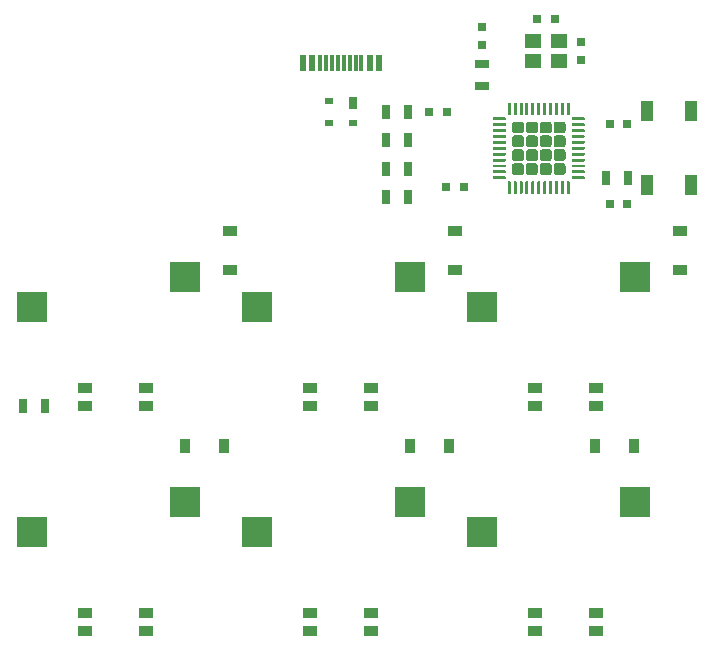
<source format=gbr>
G04 #@! TF.GenerationSoftware,KiCad,Pcbnew,(5.1.5)-3*
G04 #@! TF.CreationDate,2021-05-11T09:46:13+07:00*
G04 #@! TF.ProjectId,uso!VNC,75736f21-564e-4432-9e6b-696361645f70,rev?*
G04 #@! TF.SameCoordinates,Original*
G04 #@! TF.FileFunction,Paste,Bot*
G04 #@! TF.FilePolarity,Positive*
%FSLAX46Y46*%
G04 Gerber Fmt 4.6, Leading zero omitted, Abs format (unit mm)*
G04 Created by KiCad (PCBNEW (5.1.5)-3) date 2021-05-11 09:46:13*
%MOMM*%
%LPD*%
G04 APERTURE LIST*
%ADD10R,1.100000X1.800000*%
%ADD11R,0.700000X1.300000*%
%ADD12R,1.190000X0.900000*%
%ADD13R,2.550000X2.500000*%
%ADD14R,1.400000X1.200000*%
%ADD15R,0.600000X1.450000*%
%ADD16R,0.300000X1.450000*%
%ADD17C,0.100000*%
%ADD18R,0.700000X1.000000*%
%ADD19R,0.700000X0.600000*%
%ADD20R,1.300000X0.700000*%
%ADD21R,0.900000X1.200000*%
%ADD22R,1.200000X0.900000*%
%ADD23R,0.750000X0.800000*%
%ADD24R,0.800000X0.750000*%
G04 APERTURE END LIST*
D10*
X296327000Y-95166000D03*
X292627000Y-101366000D03*
X292627000Y-95166000D03*
X296327000Y-101366000D03*
D11*
X241678500Y-120142000D03*
X239778500Y-120142000D03*
D12*
X245055000Y-137680000D03*
X250245000Y-139180000D03*
X250245000Y-137680000D03*
X245055000Y-139180000D03*
X264105000Y-137680000D03*
X269295000Y-139180000D03*
X269295000Y-137680000D03*
X264105000Y-139180000D03*
X283155000Y-139180000D03*
X288345000Y-137680000D03*
X288345000Y-139180000D03*
X283155000Y-137680000D03*
D13*
X291592000Y-128270000D03*
X278665000Y-130810000D03*
X291592000Y-109220000D03*
X278665000Y-111760000D03*
X259615000Y-130810000D03*
X272542000Y-128270000D03*
X259615000Y-111760000D03*
X272542000Y-109220000D03*
X240565000Y-130810000D03*
X253492000Y-128270000D03*
X240565000Y-111760000D03*
X253492000Y-109220000D03*
D14*
X285199000Y-89193000D03*
X282999000Y-89193000D03*
X282999000Y-90893000D03*
X285199000Y-90893000D03*
D15*
X269925000Y-91038750D03*
X263475000Y-91038750D03*
X269150000Y-91038750D03*
X264250000Y-91038750D03*
D16*
X264950000Y-91038750D03*
X268450000Y-91038750D03*
X265450000Y-91038750D03*
X267950000Y-91038750D03*
X265950000Y-91038750D03*
X267450000Y-91038750D03*
X266950000Y-91038750D03*
X266450000Y-91038750D03*
D17*
G36*
X281979493Y-99558216D02*
G01*
X282003761Y-99561816D01*
X282027560Y-99567777D01*
X282050659Y-99576042D01*
X282072838Y-99586532D01*
X282093881Y-99599144D01*
X282113587Y-99613759D01*
X282131765Y-99630235D01*
X282148241Y-99648413D01*
X282162856Y-99668119D01*
X282175468Y-99689162D01*
X282185958Y-99711341D01*
X282194223Y-99734440D01*
X282200184Y-99758239D01*
X282203784Y-99782507D01*
X282204988Y-99807011D01*
X282204988Y-100313989D01*
X282203784Y-100338493D01*
X282200184Y-100362761D01*
X282194223Y-100386560D01*
X282185958Y-100409659D01*
X282175468Y-100431838D01*
X282162856Y-100452881D01*
X282148241Y-100472587D01*
X282131765Y-100490765D01*
X282113587Y-100507241D01*
X282093881Y-100521856D01*
X282072838Y-100534468D01*
X282050659Y-100544958D01*
X282027560Y-100553223D01*
X282003761Y-100559184D01*
X281979493Y-100562784D01*
X281954989Y-100563988D01*
X281448011Y-100563988D01*
X281423507Y-100562784D01*
X281399239Y-100559184D01*
X281375440Y-100553223D01*
X281352341Y-100544958D01*
X281330162Y-100534468D01*
X281309119Y-100521856D01*
X281289413Y-100507241D01*
X281271235Y-100490765D01*
X281254759Y-100472587D01*
X281240144Y-100452881D01*
X281227532Y-100431838D01*
X281217042Y-100409659D01*
X281208777Y-100386560D01*
X281202816Y-100362761D01*
X281199216Y-100338493D01*
X281198012Y-100313989D01*
X281198012Y-99807011D01*
X281199216Y-99782507D01*
X281202816Y-99758239D01*
X281208777Y-99734440D01*
X281217042Y-99711341D01*
X281227532Y-99689162D01*
X281240144Y-99668119D01*
X281254759Y-99648413D01*
X281271235Y-99630235D01*
X281289413Y-99613759D01*
X281309119Y-99599144D01*
X281330162Y-99586532D01*
X281352341Y-99576042D01*
X281375440Y-99567777D01*
X281399239Y-99561816D01*
X281423507Y-99558216D01*
X281448011Y-99557012D01*
X281954989Y-99557012D01*
X281979493Y-99558216D01*
G37*
G36*
X281979493Y-98383216D02*
G01*
X282003761Y-98386816D01*
X282027560Y-98392777D01*
X282050659Y-98401042D01*
X282072838Y-98411532D01*
X282093881Y-98424144D01*
X282113587Y-98438759D01*
X282131765Y-98455235D01*
X282148241Y-98473413D01*
X282162856Y-98493119D01*
X282175468Y-98514162D01*
X282185958Y-98536341D01*
X282194223Y-98559440D01*
X282200184Y-98583239D01*
X282203784Y-98607507D01*
X282204988Y-98632011D01*
X282204988Y-99138989D01*
X282203784Y-99163493D01*
X282200184Y-99187761D01*
X282194223Y-99211560D01*
X282185958Y-99234659D01*
X282175468Y-99256838D01*
X282162856Y-99277881D01*
X282148241Y-99297587D01*
X282131765Y-99315765D01*
X282113587Y-99332241D01*
X282093881Y-99346856D01*
X282072838Y-99359468D01*
X282050659Y-99369958D01*
X282027560Y-99378223D01*
X282003761Y-99384184D01*
X281979493Y-99387784D01*
X281954989Y-99388988D01*
X281448011Y-99388988D01*
X281423507Y-99387784D01*
X281399239Y-99384184D01*
X281375440Y-99378223D01*
X281352341Y-99369958D01*
X281330162Y-99359468D01*
X281309119Y-99346856D01*
X281289413Y-99332241D01*
X281271235Y-99315765D01*
X281254759Y-99297587D01*
X281240144Y-99277881D01*
X281227532Y-99256838D01*
X281217042Y-99234659D01*
X281208777Y-99211560D01*
X281202816Y-99187761D01*
X281199216Y-99163493D01*
X281198012Y-99138989D01*
X281198012Y-98632011D01*
X281199216Y-98607507D01*
X281202816Y-98583239D01*
X281208777Y-98559440D01*
X281217042Y-98536341D01*
X281227532Y-98514162D01*
X281240144Y-98493119D01*
X281254759Y-98473413D01*
X281271235Y-98455235D01*
X281289413Y-98438759D01*
X281309119Y-98424144D01*
X281330162Y-98411532D01*
X281352341Y-98401042D01*
X281375440Y-98392777D01*
X281399239Y-98386816D01*
X281423507Y-98383216D01*
X281448011Y-98382012D01*
X281954989Y-98382012D01*
X281979493Y-98383216D01*
G37*
G36*
X281979493Y-97208216D02*
G01*
X282003761Y-97211816D01*
X282027560Y-97217777D01*
X282050659Y-97226042D01*
X282072838Y-97236532D01*
X282093881Y-97249144D01*
X282113587Y-97263759D01*
X282131765Y-97280235D01*
X282148241Y-97298413D01*
X282162856Y-97318119D01*
X282175468Y-97339162D01*
X282185958Y-97361341D01*
X282194223Y-97384440D01*
X282200184Y-97408239D01*
X282203784Y-97432507D01*
X282204988Y-97457011D01*
X282204988Y-97963989D01*
X282203784Y-97988493D01*
X282200184Y-98012761D01*
X282194223Y-98036560D01*
X282185958Y-98059659D01*
X282175468Y-98081838D01*
X282162856Y-98102881D01*
X282148241Y-98122587D01*
X282131765Y-98140765D01*
X282113587Y-98157241D01*
X282093881Y-98171856D01*
X282072838Y-98184468D01*
X282050659Y-98194958D01*
X282027560Y-98203223D01*
X282003761Y-98209184D01*
X281979493Y-98212784D01*
X281954989Y-98213988D01*
X281448011Y-98213988D01*
X281423507Y-98212784D01*
X281399239Y-98209184D01*
X281375440Y-98203223D01*
X281352341Y-98194958D01*
X281330162Y-98184468D01*
X281309119Y-98171856D01*
X281289413Y-98157241D01*
X281271235Y-98140765D01*
X281254759Y-98122587D01*
X281240144Y-98102881D01*
X281227532Y-98081838D01*
X281217042Y-98059659D01*
X281208777Y-98036560D01*
X281202816Y-98012761D01*
X281199216Y-97988493D01*
X281198012Y-97963989D01*
X281198012Y-97457011D01*
X281199216Y-97432507D01*
X281202816Y-97408239D01*
X281208777Y-97384440D01*
X281217042Y-97361341D01*
X281227532Y-97339162D01*
X281240144Y-97318119D01*
X281254759Y-97298413D01*
X281271235Y-97280235D01*
X281289413Y-97263759D01*
X281309119Y-97249144D01*
X281330162Y-97236532D01*
X281352341Y-97226042D01*
X281375440Y-97217777D01*
X281399239Y-97211816D01*
X281423507Y-97208216D01*
X281448011Y-97207012D01*
X281954989Y-97207012D01*
X281979493Y-97208216D01*
G37*
G36*
X281979493Y-96033216D02*
G01*
X282003761Y-96036816D01*
X282027560Y-96042777D01*
X282050659Y-96051042D01*
X282072838Y-96061532D01*
X282093881Y-96074144D01*
X282113587Y-96088759D01*
X282131765Y-96105235D01*
X282148241Y-96123413D01*
X282162856Y-96143119D01*
X282175468Y-96164162D01*
X282185958Y-96186341D01*
X282194223Y-96209440D01*
X282200184Y-96233239D01*
X282203784Y-96257507D01*
X282204988Y-96282011D01*
X282204988Y-96788989D01*
X282203784Y-96813493D01*
X282200184Y-96837761D01*
X282194223Y-96861560D01*
X282185958Y-96884659D01*
X282175468Y-96906838D01*
X282162856Y-96927881D01*
X282148241Y-96947587D01*
X282131765Y-96965765D01*
X282113587Y-96982241D01*
X282093881Y-96996856D01*
X282072838Y-97009468D01*
X282050659Y-97019958D01*
X282027560Y-97028223D01*
X282003761Y-97034184D01*
X281979493Y-97037784D01*
X281954989Y-97038988D01*
X281448011Y-97038988D01*
X281423507Y-97037784D01*
X281399239Y-97034184D01*
X281375440Y-97028223D01*
X281352341Y-97019958D01*
X281330162Y-97009468D01*
X281309119Y-96996856D01*
X281289413Y-96982241D01*
X281271235Y-96965765D01*
X281254759Y-96947587D01*
X281240144Y-96927881D01*
X281227532Y-96906838D01*
X281217042Y-96884659D01*
X281208777Y-96861560D01*
X281202816Y-96837761D01*
X281199216Y-96813493D01*
X281198012Y-96788989D01*
X281198012Y-96282011D01*
X281199216Y-96257507D01*
X281202816Y-96233239D01*
X281208777Y-96209440D01*
X281217042Y-96186341D01*
X281227532Y-96164162D01*
X281240144Y-96143119D01*
X281254759Y-96123413D01*
X281271235Y-96105235D01*
X281289413Y-96088759D01*
X281309119Y-96074144D01*
X281330162Y-96061532D01*
X281352341Y-96051042D01*
X281375440Y-96042777D01*
X281399239Y-96036816D01*
X281423507Y-96033216D01*
X281448011Y-96032012D01*
X281954989Y-96032012D01*
X281979493Y-96033216D01*
G37*
G36*
X283154493Y-99558216D02*
G01*
X283178761Y-99561816D01*
X283202560Y-99567777D01*
X283225659Y-99576042D01*
X283247838Y-99586532D01*
X283268881Y-99599144D01*
X283288587Y-99613759D01*
X283306765Y-99630235D01*
X283323241Y-99648413D01*
X283337856Y-99668119D01*
X283350468Y-99689162D01*
X283360958Y-99711341D01*
X283369223Y-99734440D01*
X283375184Y-99758239D01*
X283378784Y-99782507D01*
X283379988Y-99807011D01*
X283379988Y-100313989D01*
X283378784Y-100338493D01*
X283375184Y-100362761D01*
X283369223Y-100386560D01*
X283360958Y-100409659D01*
X283350468Y-100431838D01*
X283337856Y-100452881D01*
X283323241Y-100472587D01*
X283306765Y-100490765D01*
X283288587Y-100507241D01*
X283268881Y-100521856D01*
X283247838Y-100534468D01*
X283225659Y-100544958D01*
X283202560Y-100553223D01*
X283178761Y-100559184D01*
X283154493Y-100562784D01*
X283129989Y-100563988D01*
X282623011Y-100563988D01*
X282598507Y-100562784D01*
X282574239Y-100559184D01*
X282550440Y-100553223D01*
X282527341Y-100544958D01*
X282505162Y-100534468D01*
X282484119Y-100521856D01*
X282464413Y-100507241D01*
X282446235Y-100490765D01*
X282429759Y-100472587D01*
X282415144Y-100452881D01*
X282402532Y-100431838D01*
X282392042Y-100409659D01*
X282383777Y-100386560D01*
X282377816Y-100362761D01*
X282374216Y-100338493D01*
X282373012Y-100313989D01*
X282373012Y-99807011D01*
X282374216Y-99782507D01*
X282377816Y-99758239D01*
X282383777Y-99734440D01*
X282392042Y-99711341D01*
X282402532Y-99689162D01*
X282415144Y-99668119D01*
X282429759Y-99648413D01*
X282446235Y-99630235D01*
X282464413Y-99613759D01*
X282484119Y-99599144D01*
X282505162Y-99586532D01*
X282527341Y-99576042D01*
X282550440Y-99567777D01*
X282574239Y-99561816D01*
X282598507Y-99558216D01*
X282623011Y-99557012D01*
X283129989Y-99557012D01*
X283154493Y-99558216D01*
G37*
G36*
X283154493Y-98383216D02*
G01*
X283178761Y-98386816D01*
X283202560Y-98392777D01*
X283225659Y-98401042D01*
X283247838Y-98411532D01*
X283268881Y-98424144D01*
X283288587Y-98438759D01*
X283306765Y-98455235D01*
X283323241Y-98473413D01*
X283337856Y-98493119D01*
X283350468Y-98514162D01*
X283360958Y-98536341D01*
X283369223Y-98559440D01*
X283375184Y-98583239D01*
X283378784Y-98607507D01*
X283379988Y-98632011D01*
X283379988Y-99138989D01*
X283378784Y-99163493D01*
X283375184Y-99187761D01*
X283369223Y-99211560D01*
X283360958Y-99234659D01*
X283350468Y-99256838D01*
X283337856Y-99277881D01*
X283323241Y-99297587D01*
X283306765Y-99315765D01*
X283288587Y-99332241D01*
X283268881Y-99346856D01*
X283247838Y-99359468D01*
X283225659Y-99369958D01*
X283202560Y-99378223D01*
X283178761Y-99384184D01*
X283154493Y-99387784D01*
X283129989Y-99388988D01*
X282623011Y-99388988D01*
X282598507Y-99387784D01*
X282574239Y-99384184D01*
X282550440Y-99378223D01*
X282527341Y-99369958D01*
X282505162Y-99359468D01*
X282484119Y-99346856D01*
X282464413Y-99332241D01*
X282446235Y-99315765D01*
X282429759Y-99297587D01*
X282415144Y-99277881D01*
X282402532Y-99256838D01*
X282392042Y-99234659D01*
X282383777Y-99211560D01*
X282377816Y-99187761D01*
X282374216Y-99163493D01*
X282373012Y-99138989D01*
X282373012Y-98632011D01*
X282374216Y-98607507D01*
X282377816Y-98583239D01*
X282383777Y-98559440D01*
X282392042Y-98536341D01*
X282402532Y-98514162D01*
X282415144Y-98493119D01*
X282429759Y-98473413D01*
X282446235Y-98455235D01*
X282464413Y-98438759D01*
X282484119Y-98424144D01*
X282505162Y-98411532D01*
X282527341Y-98401042D01*
X282550440Y-98392777D01*
X282574239Y-98386816D01*
X282598507Y-98383216D01*
X282623011Y-98382012D01*
X283129989Y-98382012D01*
X283154493Y-98383216D01*
G37*
G36*
X283154493Y-97208216D02*
G01*
X283178761Y-97211816D01*
X283202560Y-97217777D01*
X283225659Y-97226042D01*
X283247838Y-97236532D01*
X283268881Y-97249144D01*
X283288587Y-97263759D01*
X283306765Y-97280235D01*
X283323241Y-97298413D01*
X283337856Y-97318119D01*
X283350468Y-97339162D01*
X283360958Y-97361341D01*
X283369223Y-97384440D01*
X283375184Y-97408239D01*
X283378784Y-97432507D01*
X283379988Y-97457011D01*
X283379988Y-97963989D01*
X283378784Y-97988493D01*
X283375184Y-98012761D01*
X283369223Y-98036560D01*
X283360958Y-98059659D01*
X283350468Y-98081838D01*
X283337856Y-98102881D01*
X283323241Y-98122587D01*
X283306765Y-98140765D01*
X283288587Y-98157241D01*
X283268881Y-98171856D01*
X283247838Y-98184468D01*
X283225659Y-98194958D01*
X283202560Y-98203223D01*
X283178761Y-98209184D01*
X283154493Y-98212784D01*
X283129989Y-98213988D01*
X282623011Y-98213988D01*
X282598507Y-98212784D01*
X282574239Y-98209184D01*
X282550440Y-98203223D01*
X282527341Y-98194958D01*
X282505162Y-98184468D01*
X282484119Y-98171856D01*
X282464413Y-98157241D01*
X282446235Y-98140765D01*
X282429759Y-98122587D01*
X282415144Y-98102881D01*
X282402532Y-98081838D01*
X282392042Y-98059659D01*
X282383777Y-98036560D01*
X282377816Y-98012761D01*
X282374216Y-97988493D01*
X282373012Y-97963989D01*
X282373012Y-97457011D01*
X282374216Y-97432507D01*
X282377816Y-97408239D01*
X282383777Y-97384440D01*
X282392042Y-97361341D01*
X282402532Y-97339162D01*
X282415144Y-97318119D01*
X282429759Y-97298413D01*
X282446235Y-97280235D01*
X282464413Y-97263759D01*
X282484119Y-97249144D01*
X282505162Y-97236532D01*
X282527341Y-97226042D01*
X282550440Y-97217777D01*
X282574239Y-97211816D01*
X282598507Y-97208216D01*
X282623011Y-97207012D01*
X283129989Y-97207012D01*
X283154493Y-97208216D01*
G37*
G36*
X283154493Y-96033216D02*
G01*
X283178761Y-96036816D01*
X283202560Y-96042777D01*
X283225659Y-96051042D01*
X283247838Y-96061532D01*
X283268881Y-96074144D01*
X283288587Y-96088759D01*
X283306765Y-96105235D01*
X283323241Y-96123413D01*
X283337856Y-96143119D01*
X283350468Y-96164162D01*
X283360958Y-96186341D01*
X283369223Y-96209440D01*
X283375184Y-96233239D01*
X283378784Y-96257507D01*
X283379988Y-96282011D01*
X283379988Y-96788989D01*
X283378784Y-96813493D01*
X283375184Y-96837761D01*
X283369223Y-96861560D01*
X283360958Y-96884659D01*
X283350468Y-96906838D01*
X283337856Y-96927881D01*
X283323241Y-96947587D01*
X283306765Y-96965765D01*
X283288587Y-96982241D01*
X283268881Y-96996856D01*
X283247838Y-97009468D01*
X283225659Y-97019958D01*
X283202560Y-97028223D01*
X283178761Y-97034184D01*
X283154493Y-97037784D01*
X283129989Y-97038988D01*
X282623011Y-97038988D01*
X282598507Y-97037784D01*
X282574239Y-97034184D01*
X282550440Y-97028223D01*
X282527341Y-97019958D01*
X282505162Y-97009468D01*
X282484119Y-96996856D01*
X282464413Y-96982241D01*
X282446235Y-96965765D01*
X282429759Y-96947587D01*
X282415144Y-96927881D01*
X282402532Y-96906838D01*
X282392042Y-96884659D01*
X282383777Y-96861560D01*
X282377816Y-96837761D01*
X282374216Y-96813493D01*
X282373012Y-96788989D01*
X282373012Y-96282011D01*
X282374216Y-96257507D01*
X282377816Y-96233239D01*
X282383777Y-96209440D01*
X282392042Y-96186341D01*
X282402532Y-96164162D01*
X282415144Y-96143119D01*
X282429759Y-96123413D01*
X282446235Y-96105235D01*
X282464413Y-96088759D01*
X282484119Y-96074144D01*
X282505162Y-96061532D01*
X282527341Y-96051042D01*
X282550440Y-96042777D01*
X282574239Y-96036816D01*
X282598507Y-96033216D01*
X282623011Y-96032012D01*
X283129989Y-96032012D01*
X283154493Y-96033216D01*
G37*
G36*
X284329493Y-99558216D02*
G01*
X284353761Y-99561816D01*
X284377560Y-99567777D01*
X284400659Y-99576042D01*
X284422838Y-99586532D01*
X284443881Y-99599144D01*
X284463587Y-99613759D01*
X284481765Y-99630235D01*
X284498241Y-99648413D01*
X284512856Y-99668119D01*
X284525468Y-99689162D01*
X284535958Y-99711341D01*
X284544223Y-99734440D01*
X284550184Y-99758239D01*
X284553784Y-99782507D01*
X284554988Y-99807011D01*
X284554988Y-100313989D01*
X284553784Y-100338493D01*
X284550184Y-100362761D01*
X284544223Y-100386560D01*
X284535958Y-100409659D01*
X284525468Y-100431838D01*
X284512856Y-100452881D01*
X284498241Y-100472587D01*
X284481765Y-100490765D01*
X284463587Y-100507241D01*
X284443881Y-100521856D01*
X284422838Y-100534468D01*
X284400659Y-100544958D01*
X284377560Y-100553223D01*
X284353761Y-100559184D01*
X284329493Y-100562784D01*
X284304989Y-100563988D01*
X283798011Y-100563988D01*
X283773507Y-100562784D01*
X283749239Y-100559184D01*
X283725440Y-100553223D01*
X283702341Y-100544958D01*
X283680162Y-100534468D01*
X283659119Y-100521856D01*
X283639413Y-100507241D01*
X283621235Y-100490765D01*
X283604759Y-100472587D01*
X283590144Y-100452881D01*
X283577532Y-100431838D01*
X283567042Y-100409659D01*
X283558777Y-100386560D01*
X283552816Y-100362761D01*
X283549216Y-100338493D01*
X283548012Y-100313989D01*
X283548012Y-99807011D01*
X283549216Y-99782507D01*
X283552816Y-99758239D01*
X283558777Y-99734440D01*
X283567042Y-99711341D01*
X283577532Y-99689162D01*
X283590144Y-99668119D01*
X283604759Y-99648413D01*
X283621235Y-99630235D01*
X283639413Y-99613759D01*
X283659119Y-99599144D01*
X283680162Y-99586532D01*
X283702341Y-99576042D01*
X283725440Y-99567777D01*
X283749239Y-99561816D01*
X283773507Y-99558216D01*
X283798011Y-99557012D01*
X284304989Y-99557012D01*
X284329493Y-99558216D01*
G37*
G36*
X284329493Y-98383216D02*
G01*
X284353761Y-98386816D01*
X284377560Y-98392777D01*
X284400659Y-98401042D01*
X284422838Y-98411532D01*
X284443881Y-98424144D01*
X284463587Y-98438759D01*
X284481765Y-98455235D01*
X284498241Y-98473413D01*
X284512856Y-98493119D01*
X284525468Y-98514162D01*
X284535958Y-98536341D01*
X284544223Y-98559440D01*
X284550184Y-98583239D01*
X284553784Y-98607507D01*
X284554988Y-98632011D01*
X284554988Y-99138989D01*
X284553784Y-99163493D01*
X284550184Y-99187761D01*
X284544223Y-99211560D01*
X284535958Y-99234659D01*
X284525468Y-99256838D01*
X284512856Y-99277881D01*
X284498241Y-99297587D01*
X284481765Y-99315765D01*
X284463587Y-99332241D01*
X284443881Y-99346856D01*
X284422838Y-99359468D01*
X284400659Y-99369958D01*
X284377560Y-99378223D01*
X284353761Y-99384184D01*
X284329493Y-99387784D01*
X284304989Y-99388988D01*
X283798011Y-99388988D01*
X283773507Y-99387784D01*
X283749239Y-99384184D01*
X283725440Y-99378223D01*
X283702341Y-99369958D01*
X283680162Y-99359468D01*
X283659119Y-99346856D01*
X283639413Y-99332241D01*
X283621235Y-99315765D01*
X283604759Y-99297587D01*
X283590144Y-99277881D01*
X283577532Y-99256838D01*
X283567042Y-99234659D01*
X283558777Y-99211560D01*
X283552816Y-99187761D01*
X283549216Y-99163493D01*
X283548012Y-99138989D01*
X283548012Y-98632011D01*
X283549216Y-98607507D01*
X283552816Y-98583239D01*
X283558777Y-98559440D01*
X283567042Y-98536341D01*
X283577532Y-98514162D01*
X283590144Y-98493119D01*
X283604759Y-98473413D01*
X283621235Y-98455235D01*
X283639413Y-98438759D01*
X283659119Y-98424144D01*
X283680162Y-98411532D01*
X283702341Y-98401042D01*
X283725440Y-98392777D01*
X283749239Y-98386816D01*
X283773507Y-98383216D01*
X283798011Y-98382012D01*
X284304989Y-98382012D01*
X284329493Y-98383216D01*
G37*
G36*
X284329493Y-97208216D02*
G01*
X284353761Y-97211816D01*
X284377560Y-97217777D01*
X284400659Y-97226042D01*
X284422838Y-97236532D01*
X284443881Y-97249144D01*
X284463587Y-97263759D01*
X284481765Y-97280235D01*
X284498241Y-97298413D01*
X284512856Y-97318119D01*
X284525468Y-97339162D01*
X284535958Y-97361341D01*
X284544223Y-97384440D01*
X284550184Y-97408239D01*
X284553784Y-97432507D01*
X284554988Y-97457011D01*
X284554988Y-97963989D01*
X284553784Y-97988493D01*
X284550184Y-98012761D01*
X284544223Y-98036560D01*
X284535958Y-98059659D01*
X284525468Y-98081838D01*
X284512856Y-98102881D01*
X284498241Y-98122587D01*
X284481765Y-98140765D01*
X284463587Y-98157241D01*
X284443881Y-98171856D01*
X284422838Y-98184468D01*
X284400659Y-98194958D01*
X284377560Y-98203223D01*
X284353761Y-98209184D01*
X284329493Y-98212784D01*
X284304989Y-98213988D01*
X283798011Y-98213988D01*
X283773507Y-98212784D01*
X283749239Y-98209184D01*
X283725440Y-98203223D01*
X283702341Y-98194958D01*
X283680162Y-98184468D01*
X283659119Y-98171856D01*
X283639413Y-98157241D01*
X283621235Y-98140765D01*
X283604759Y-98122587D01*
X283590144Y-98102881D01*
X283577532Y-98081838D01*
X283567042Y-98059659D01*
X283558777Y-98036560D01*
X283552816Y-98012761D01*
X283549216Y-97988493D01*
X283548012Y-97963989D01*
X283548012Y-97457011D01*
X283549216Y-97432507D01*
X283552816Y-97408239D01*
X283558777Y-97384440D01*
X283567042Y-97361341D01*
X283577532Y-97339162D01*
X283590144Y-97318119D01*
X283604759Y-97298413D01*
X283621235Y-97280235D01*
X283639413Y-97263759D01*
X283659119Y-97249144D01*
X283680162Y-97236532D01*
X283702341Y-97226042D01*
X283725440Y-97217777D01*
X283749239Y-97211816D01*
X283773507Y-97208216D01*
X283798011Y-97207012D01*
X284304989Y-97207012D01*
X284329493Y-97208216D01*
G37*
G36*
X284329493Y-96033216D02*
G01*
X284353761Y-96036816D01*
X284377560Y-96042777D01*
X284400659Y-96051042D01*
X284422838Y-96061532D01*
X284443881Y-96074144D01*
X284463587Y-96088759D01*
X284481765Y-96105235D01*
X284498241Y-96123413D01*
X284512856Y-96143119D01*
X284525468Y-96164162D01*
X284535958Y-96186341D01*
X284544223Y-96209440D01*
X284550184Y-96233239D01*
X284553784Y-96257507D01*
X284554988Y-96282011D01*
X284554988Y-96788989D01*
X284553784Y-96813493D01*
X284550184Y-96837761D01*
X284544223Y-96861560D01*
X284535958Y-96884659D01*
X284525468Y-96906838D01*
X284512856Y-96927881D01*
X284498241Y-96947587D01*
X284481765Y-96965765D01*
X284463587Y-96982241D01*
X284443881Y-96996856D01*
X284422838Y-97009468D01*
X284400659Y-97019958D01*
X284377560Y-97028223D01*
X284353761Y-97034184D01*
X284329493Y-97037784D01*
X284304989Y-97038988D01*
X283798011Y-97038988D01*
X283773507Y-97037784D01*
X283749239Y-97034184D01*
X283725440Y-97028223D01*
X283702341Y-97019958D01*
X283680162Y-97009468D01*
X283659119Y-96996856D01*
X283639413Y-96982241D01*
X283621235Y-96965765D01*
X283604759Y-96947587D01*
X283590144Y-96927881D01*
X283577532Y-96906838D01*
X283567042Y-96884659D01*
X283558777Y-96861560D01*
X283552816Y-96837761D01*
X283549216Y-96813493D01*
X283548012Y-96788989D01*
X283548012Y-96282011D01*
X283549216Y-96257507D01*
X283552816Y-96233239D01*
X283558777Y-96209440D01*
X283567042Y-96186341D01*
X283577532Y-96164162D01*
X283590144Y-96143119D01*
X283604759Y-96123413D01*
X283621235Y-96105235D01*
X283639413Y-96088759D01*
X283659119Y-96074144D01*
X283680162Y-96061532D01*
X283702341Y-96051042D01*
X283725440Y-96042777D01*
X283749239Y-96036816D01*
X283773507Y-96033216D01*
X283798011Y-96032012D01*
X284304989Y-96032012D01*
X284329493Y-96033216D01*
G37*
G36*
X285504493Y-99558216D02*
G01*
X285528761Y-99561816D01*
X285552560Y-99567777D01*
X285575659Y-99576042D01*
X285597838Y-99586532D01*
X285618881Y-99599144D01*
X285638587Y-99613759D01*
X285656765Y-99630235D01*
X285673241Y-99648413D01*
X285687856Y-99668119D01*
X285700468Y-99689162D01*
X285710958Y-99711341D01*
X285719223Y-99734440D01*
X285725184Y-99758239D01*
X285728784Y-99782507D01*
X285729988Y-99807011D01*
X285729988Y-100313989D01*
X285728784Y-100338493D01*
X285725184Y-100362761D01*
X285719223Y-100386560D01*
X285710958Y-100409659D01*
X285700468Y-100431838D01*
X285687856Y-100452881D01*
X285673241Y-100472587D01*
X285656765Y-100490765D01*
X285638587Y-100507241D01*
X285618881Y-100521856D01*
X285597838Y-100534468D01*
X285575659Y-100544958D01*
X285552560Y-100553223D01*
X285528761Y-100559184D01*
X285504493Y-100562784D01*
X285479989Y-100563988D01*
X284973011Y-100563988D01*
X284948507Y-100562784D01*
X284924239Y-100559184D01*
X284900440Y-100553223D01*
X284877341Y-100544958D01*
X284855162Y-100534468D01*
X284834119Y-100521856D01*
X284814413Y-100507241D01*
X284796235Y-100490765D01*
X284779759Y-100472587D01*
X284765144Y-100452881D01*
X284752532Y-100431838D01*
X284742042Y-100409659D01*
X284733777Y-100386560D01*
X284727816Y-100362761D01*
X284724216Y-100338493D01*
X284723012Y-100313989D01*
X284723012Y-99807011D01*
X284724216Y-99782507D01*
X284727816Y-99758239D01*
X284733777Y-99734440D01*
X284742042Y-99711341D01*
X284752532Y-99689162D01*
X284765144Y-99668119D01*
X284779759Y-99648413D01*
X284796235Y-99630235D01*
X284814413Y-99613759D01*
X284834119Y-99599144D01*
X284855162Y-99586532D01*
X284877341Y-99576042D01*
X284900440Y-99567777D01*
X284924239Y-99561816D01*
X284948507Y-99558216D01*
X284973011Y-99557012D01*
X285479989Y-99557012D01*
X285504493Y-99558216D01*
G37*
G36*
X285504493Y-98383216D02*
G01*
X285528761Y-98386816D01*
X285552560Y-98392777D01*
X285575659Y-98401042D01*
X285597838Y-98411532D01*
X285618881Y-98424144D01*
X285638587Y-98438759D01*
X285656765Y-98455235D01*
X285673241Y-98473413D01*
X285687856Y-98493119D01*
X285700468Y-98514162D01*
X285710958Y-98536341D01*
X285719223Y-98559440D01*
X285725184Y-98583239D01*
X285728784Y-98607507D01*
X285729988Y-98632011D01*
X285729988Y-99138989D01*
X285728784Y-99163493D01*
X285725184Y-99187761D01*
X285719223Y-99211560D01*
X285710958Y-99234659D01*
X285700468Y-99256838D01*
X285687856Y-99277881D01*
X285673241Y-99297587D01*
X285656765Y-99315765D01*
X285638587Y-99332241D01*
X285618881Y-99346856D01*
X285597838Y-99359468D01*
X285575659Y-99369958D01*
X285552560Y-99378223D01*
X285528761Y-99384184D01*
X285504493Y-99387784D01*
X285479989Y-99388988D01*
X284973011Y-99388988D01*
X284948507Y-99387784D01*
X284924239Y-99384184D01*
X284900440Y-99378223D01*
X284877341Y-99369958D01*
X284855162Y-99359468D01*
X284834119Y-99346856D01*
X284814413Y-99332241D01*
X284796235Y-99315765D01*
X284779759Y-99297587D01*
X284765144Y-99277881D01*
X284752532Y-99256838D01*
X284742042Y-99234659D01*
X284733777Y-99211560D01*
X284727816Y-99187761D01*
X284724216Y-99163493D01*
X284723012Y-99138989D01*
X284723012Y-98632011D01*
X284724216Y-98607507D01*
X284727816Y-98583239D01*
X284733777Y-98559440D01*
X284742042Y-98536341D01*
X284752532Y-98514162D01*
X284765144Y-98493119D01*
X284779759Y-98473413D01*
X284796235Y-98455235D01*
X284814413Y-98438759D01*
X284834119Y-98424144D01*
X284855162Y-98411532D01*
X284877341Y-98401042D01*
X284900440Y-98392777D01*
X284924239Y-98386816D01*
X284948507Y-98383216D01*
X284973011Y-98382012D01*
X285479989Y-98382012D01*
X285504493Y-98383216D01*
G37*
G36*
X285504493Y-97208216D02*
G01*
X285528761Y-97211816D01*
X285552560Y-97217777D01*
X285575659Y-97226042D01*
X285597838Y-97236532D01*
X285618881Y-97249144D01*
X285638587Y-97263759D01*
X285656765Y-97280235D01*
X285673241Y-97298413D01*
X285687856Y-97318119D01*
X285700468Y-97339162D01*
X285710958Y-97361341D01*
X285719223Y-97384440D01*
X285725184Y-97408239D01*
X285728784Y-97432507D01*
X285729988Y-97457011D01*
X285729988Y-97963989D01*
X285728784Y-97988493D01*
X285725184Y-98012761D01*
X285719223Y-98036560D01*
X285710958Y-98059659D01*
X285700468Y-98081838D01*
X285687856Y-98102881D01*
X285673241Y-98122587D01*
X285656765Y-98140765D01*
X285638587Y-98157241D01*
X285618881Y-98171856D01*
X285597838Y-98184468D01*
X285575659Y-98194958D01*
X285552560Y-98203223D01*
X285528761Y-98209184D01*
X285504493Y-98212784D01*
X285479989Y-98213988D01*
X284973011Y-98213988D01*
X284948507Y-98212784D01*
X284924239Y-98209184D01*
X284900440Y-98203223D01*
X284877341Y-98194958D01*
X284855162Y-98184468D01*
X284834119Y-98171856D01*
X284814413Y-98157241D01*
X284796235Y-98140765D01*
X284779759Y-98122587D01*
X284765144Y-98102881D01*
X284752532Y-98081838D01*
X284742042Y-98059659D01*
X284733777Y-98036560D01*
X284727816Y-98012761D01*
X284724216Y-97988493D01*
X284723012Y-97963989D01*
X284723012Y-97457011D01*
X284724216Y-97432507D01*
X284727816Y-97408239D01*
X284733777Y-97384440D01*
X284742042Y-97361341D01*
X284752532Y-97339162D01*
X284765144Y-97318119D01*
X284779759Y-97298413D01*
X284796235Y-97280235D01*
X284814413Y-97263759D01*
X284834119Y-97249144D01*
X284855162Y-97236532D01*
X284877341Y-97226042D01*
X284900440Y-97217777D01*
X284924239Y-97211816D01*
X284948507Y-97208216D01*
X284973011Y-97207012D01*
X285479989Y-97207012D01*
X285504493Y-97208216D01*
G37*
G36*
X285504493Y-96033216D02*
G01*
X285528761Y-96036816D01*
X285552560Y-96042777D01*
X285575659Y-96051042D01*
X285597838Y-96061532D01*
X285618881Y-96074144D01*
X285638587Y-96088759D01*
X285656765Y-96105235D01*
X285673241Y-96123413D01*
X285687856Y-96143119D01*
X285700468Y-96164162D01*
X285710958Y-96186341D01*
X285719223Y-96209440D01*
X285725184Y-96233239D01*
X285728784Y-96257507D01*
X285729988Y-96282011D01*
X285729988Y-96788989D01*
X285728784Y-96813493D01*
X285725184Y-96837761D01*
X285719223Y-96861560D01*
X285710958Y-96884659D01*
X285700468Y-96906838D01*
X285687856Y-96927881D01*
X285673241Y-96947587D01*
X285656765Y-96965765D01*
X285638587Y-96982241D01*
X285618881Y-96996856D01*
X285597838Y-97009468D01*
X285575659Y-97019958D01*
X285552560Y-97028223D01*
X285528761Y-97034184D01*
X285504493Y-97037784D01*
X285479989Y-97038988D01*
X284973011Y-97038988D01*
X284948507Y-97037784D01*
X284924239Y-97034184D01*
X284900440Y-97028223D01*
X284877341Y-97019958D01*
X284855162Y-97009468D01*
X284834119Y-96996856D01*
X284814413Y-96982241D01*
X284796235Y-96965765D01*
X284779759Y-96947587D01*
X284765144Y-96927881D01*
X284752532Y-96906838D01*
X284742042Y-96884659D01*
X284733777Y-96861560D01*
X284727816Y-96837761D01*
X284724216Y-96813493D01*
X284723012Y-96788989D01*
X284723012Y-96282011D01*
X284724216Y-96257507D01*
X284727816Y-96233239D01*
X284733777Y-96209440D01*
X284742042Y-96186341D01*
X284752532Y-96164162D01*
X284765144Y-96143119D01*
X284779759Y-96123413D01*
X284796235Y-96105235D01*
X284814413Y-96088759D01*
X284834119Y-96074144D01*
X284855162Y-96061532D01*
X284877341Y-96051042D01*
X284900440Y-96042777D01*
X284924239Y-96036816D01*
X284948507Y-96033216D01*
X284973011Y-96032012D01*
X285479989Y-96032012D01*
X285504493Y-96033216D01*
G37*
G36*
X280607626Y-100673301D02*
G01*
X280613693Y-100674201D01*
X280619643Y-100675691D01*
X280625418Y-100677758D01*
X280630962Y-100680380D01*
X280636223Y-100683533D01*
X280641150Y-100687187D01*
X280645694Y-100691306D01*
X280649813Y-100695850D01*
X280653467Y-100700777D01*
X280656620Y-100706038D01*
X280659242Y-100711582D01*
X280661309Y-100717357D01*
X280662799Y-100723307D01*
X280663699Y-100729374D01*
X280664000Y-100735500D01*
X280664000Y-100860500D01*
X280663699Y-100866626D01*
X280662799Y-100872693D01*
X280661309Y-100878643D01*
X280659242Y-100884418D01*
X280656620Y-100889962D01*
X280653467Y-100895223D01*
X280649813Y-100900150D01*
X280645694Y-100904694D01*
X280641150Y-100908813D01*
X280636223Y-100912467D01*
X280630962Y-100915620D01*
X280625418Y-100918242D01*
X280619643Y-100920309D01*
X280613693Y-100921799D01*
X280607626Y-100922699D01*
X280601500Y-100923000D01*
X279651500Y-100923000D01*
X279645374Y-100922699D01*
X279639307Y-100921799D01*
X279633357Y-100920309D01*
X279627582Y-100918242D01*
X279622038Y-100915620D01*
X279616777Y-100912467D01*
X279611850Y-100908813D01*
X279607306Y-100904694D01*
X279603187Y-100900150D01*
X279599533Y-100895223D01*
X279596380Y-100889962D01*
X279593758Y-100884418D01*
X279591691Y-100878643D01*
X279590201Y-100872693D01*
X279589301Y-100866626D01*
X279589000Y-100860500D01*
X279589000Y-100735500D01*
X279589301Y-100729374D01*
X279590201Y-100723307D01*
X279591691Y-100717357D01*
X279593758Y-100711582D01*
X279596380Y-100706038D01*
X279599533Y-100700777D01*
X279603187Y-100695850D01*
X279607306Y-100691306D01*
X279611850Y-100687187D01*
X279616777Y-100683533D01*
X279622038Y-100680380D01*
X279627582Y-100677758D01*
X279633357Y-100675691D01*
X279639307Y-100674201D01*
X279645374Y-100673301D01*
X279651500Y-100673000D01*
X280601500Y-100673000D01*
X280607626Y-100673301D01*
G37*
G36*
X280607626Y-100173301D02*
G01*
X280613693Y-100174201D01*
X280619643Y-100175691D01*
X280625418Y-100177758D01*
X280630962Y-100180380D01*
X280636223Y-100183533D01*
X280641150Y-100187187D01*
X280645694Y-100191306D01*
X280649813Y-100195850D01*
X280653467Y-100200777D01*
X280656620Y-100206038D01*
X280659242Y-100211582D01*
X280661309Y-100217357D01*
X280662799Y-100223307D01*
X280663699Y-100229374D01*
X280664000Y-100235500D01*
X280664000Y-100360500D01*
X280663699Y-100366626D01*
X280662799Y-100372693D01*
X280661309Y-100378643D01*
X280659242Y-100384418D01*
X280656620Y-100389962D01*
X280653467Y-100395223D01*
X280649813Y-100400150D01*
X280645694Y-100404694D01*
X280641150Y-100408813D01*
X280636223Y-100412467D01*
X280630962Y-100415620D01*
X280625418Y-100418242D01*
X280619643Y-100420309D01*
X280613693Y-100421799D01*
X280607626Y-100422699D01*
X280601500Y-100423000D01*
X279651500Y-100423000D01*
X279645374Y-100422699D01*
X279639307Y-100421799D01*
X279633357Y-100420309D01*
X279627582Y-100418242D01*
X279622038Y-100415620D01*
X279616777Y-100412467D01*
X279611850Y-100408813D01*
X279607306Y-100404694D01*
X279603187Y-100400150D01*
X279599533Y-100395223D01*
X279596380Y-100389962D01*
X279593758Y-100384418D01*
X279591691Y-100378643D01*
X279590201Y-100372693D01*
X279589301Y-100366626D01*
X279589000Y-100360500D01*
X279589000Y-100235500D01*
X279589301Y-100229374D01*
X279590201Y-100223307D01*
X279591691Y-100217357D01*
X279593758Y-100211582D01*
X279596380Y-100206038D01*
X279599533Y-100200777D01*
X279603187Y-100195850D01*
X279607306Y-100191306D01*
X279611850Y-100187187D01*
X279616777Y-100183533D01*
X279622038Y-100180380D01*
X279627582Y-100177758D01*
X279633357Y-100175691D01*
X279639307Y-100174201D01*
X279645374Y-100173301D01*
X279651500Y-100173000D01*
X280601500Y-100173000D01*
X280607626Y-100173301D01*
G37*
G36*
X280607626Y-99673301D02*
G01*
X280613693Y-99674201D01*
X280619643Y-99675691D01*
X280625418Y-99677758D01*
X280630962Y-99680380D01*
X280636223Y-99683533D01*
X280641150Y-99687187D01*
X280645694Y-99691306D01*
X280649813Y-99695850D01*
X280653467Y-99700777D01*
X280656620Y-99706038D01*
X280659242Y-99711582D01*
X280661309Y-99717357D01*
X280662799Y-99723307D01*
X280663699Y-99729374D01*
X280664000Y-99735500D01*
X280664000Y-99860500D01*
X280663699Y-99866626D01*
X280662799Y-99872693D01*
X280661309Y-99878643D01*
X280659242Y-99884418D01*
X280656620Y-99889962D01*
X280653467Y-99895223D01*
X280649813Y-99900150D01*
X280645694Y-99904694D01*
X280641150Y-99908813D01*
X280636223Y-99912467D01*
X280630962Y-99915620D01*
X280625418Y-99918242D01*
X280619643Y-99920309D01*
X280613693Y-99921799D01*
X280607626Y-99922699D01*
X280601500Y-99923000D01*
X279651500Y-99923000D01*
X279645374Y-99922699D01*
X279639307Y-99921799D01*
X279633357Y-99920309D01*
X279627582Y-99918242D01*
X279622038Y-99915620D01*
X279616777Y-99912467D01*
X279611850Y-99908813D01*
X279607306Y-99904694D01*
X279603187Y-99900150D01*
X279599533Y-99895223D01*
X279596380Y-99889962D01*
X279593758Y-99884418D01*
X279591691Y-99878643D01*
X279590201Y-99872693D01*
X279589301Y-99866626D01*
X279589000Y-99860500D01*
X279589000Y-99735500D01*
X279589301Y-99729374D01*
X279590201Y-99723307D01*
X279591691Y-99717357D01*
X279593758Y-99711582D01*
X279596380Y-99706038D01*
X279599533Y-99700777D01*
X279603187Y-99695850D01*
X279607306Y-99691306D01*
X279611850Y-99687187D01*
X279616777Y-99683533D01*
X279622038Y-99680380D01*
X279627582Y-99677758D01*
X279633357Y-99675691D01*
X279639307Y-99674201D01*
X279645374Y-99673301D01*
X279651500Y-99673000D01*
X280601500Y-99673000D01*
X280607626Y-99673301D01*
G37*
G36*
X280607626Y-99173301D02*
G01*
X280613693Y-99174201D01*
X280619643Y-99175691D01*
X280625418Y-99177758D01*
X280630962Y-99180380D01*
X280636223Y-99183533D01*
X280641150Y-99187187D01*
X280645694Y-99191306D01*
X280649813Y-99195850D01*
X280653467Y-99200777D01*
X280656620Y-99206038D01*
X280659242Y-99211582D01*
X280661309Y-99217357D01*
X280662799Y-99223307D01*
X280663699Y-99229374D01*
X280664000Y-99235500D01*
X280664000Y-99360500D01*
X280663699Y-99366626D01*
X280662799Y-99372693D01*
X280661309Y-99378643D01*
X280659242Y-99384418D01*
X280656620Y-99389962D01*
X280653467Y-99395223D01*
X280649813Y-99400150D01*
X280645694Y-99404694D01*
X280641150Y-99408813D01*
X280636223Y-99412467D01*
X280630962Y-99415620D01*
X280625418Y-99418242D01*
X280619643Y-99420309D01*
X280613693Y-99421799D01*
X280607626Y-99422699D01*
X280601500Y-99423000D01*
X279651500Y-99423000D01*
X279645374Y-99422699D01*
X279639307Y-99421799D01*
X279633357Y-99420309D01*
X279627582Y-99418242D01*
X279622038Y-99415620D01*
X279616777Y-99412467D01*
X279611850Y-99408813D01*
X279607306Y-99404694D01*
X279603187Y-99400150D01*
X279599533Y-99395223D01*
X279596380Y-99389962D01*
X279593758Y-99384418D01*
X279591691Y-99378643D01*
X279590201Y-99372693D01*
X279589301Y-99366626D01*
X279589000Y-99360500D01*
X279589000Y-99235500D01*
X279589301Y-99229374D01*
X279590201Y-99223307D01*
X279591691Y-99217357D01*
X279593758Y-99211582D01*
X279596380Y-99206038D01*
X279599533Y-99200777D01*
X279603187Y-99195850D01*
X279607306Y-99191306D01*
X279611850Y-99187187D01*
X279616777Y-99183533D01*
X279622038Y-99180380D01*
X279627582Y-99177758D01*
X279633357Y-99175691D01*
X279639307Y-99174201D01*
X279645374Y-99173301D01*
X279651500Y-99173000D01*
X280601500Y-99173000D01*
X280607626Y-99173301D01*
G37*
G36*
X280607626Y-98673301D02*
G01*
X280613693Y-98674201D01*
X280619643Y-98675691D01*
X280625418Y-98677758D01*
X280630962Y-98680380D01*
X280636223Y-98683533D01*
X280641150Y-98687187D01*
X280645694Y-98691306D01*
X280649813Y-98695850D01*
X280653467Y-98700777D01*
X280656620Y-98706038D01*
X280659242Y-98711582D01*
X280661309Y-98717357D01*
X280662799Y-98723307D01*
X280663699Y-98729374D01*
X280664000Y-98735500D01*
X280664000Y-98860500D01*
X280663699Y-98866626D01*
X280662799Y-98872693D01*
X280661309Y-98878643D01*
X280659242Y-98884418D01*
X280656620Y-98889962D01*
X280653467Y-98895223D01*
X280649813Y-98900150D01*
X280645694Y-98904694D01*
X280641150Y-98908813D01*
X280636223Y-98912467D01*
X280630962Y-98915620D01*
X280625418Y-98918242D01*
X280619643Y-98920309D01*
X280613693Y-98921799D01*
X280607626Y-98922699D01*
X280601500Y-98923000D01*
X279651500Y-98923000D01*
X279645374Y-98922699D01*
X279639307Y-98921799D01*
X279633357Y-98920309D01*
X279627582Y-98918242D01*
X279622038Y-98915620D01*
X279616777Y-98912467D01*
X279611850Y-98908813D01*
X279607306Y-98904694D01*
X279603187Y-98900150D01*
X279599533Y-98895223D01*
X279596380Y-98889962D01*
X279593758Y-98884418D01*
X279591691Y-98878643D01*
X279590201Y-98872693D01*
X279589301Y-98866626D01*
X279589000Y-98860500D01*
X279589000Y-98735500D01*
X279589301Y-98729374D01*
X279590201Y-98723307D01*
X279591691Y-98717357D01*
X279593758Y-98711582D01*
X279596380Y-98706038D01*
X279599533Y-98700777D01*
X279603187Y-98695850D01*
X279607306Y-98691306D01*
X279611850Y-98687187D01*
X279616777Y-98683533D01*
X279622038Y-98680380D01*
X279627582Y-98677758D01*
X279633357Y-98675691D01*
X279639307Y-98674201D01*
X279645374Y-98673301D01*
X279651500Y-98673000D01*
X280601500Y-98673000D01*
X280607626Y-98673301D01*
G37*
G36*
X280607626Y-98173301D02*
G01*
X280613693Y-98174201D01*
X280619643Y-98175691D01*
X280625418Y-98177758D01*
X280630962Y-98180380D01*
X280636223Y-98183533D01*
X280641150Y-98187187D01*
X280645694Y-98191306D01*
X280649813Y-98195850D01*
X280653467Y-98200777D01*
X280656620Y-98206038D01*
X280659242Y-98211582D01*
X280661309Y-98217357D01*
X280662799Y-98223307D01*
X280663699Y-98229374D01*
X280664000Y-98235500D01*
X280664000Y-98360500D01*
X280663699Y-98366626D01*
X280662799Y-98372693D01*
X280661309Y-98378643D01*
X280659242Y-98384418D01*
X280656620Y-98389962D01*
X280653467Y-98395223D01*
X280649813Y-98400150D01*
X280645694Y-98404694D01*
X280641150Y-98408813D01*
X280636223Y-98412467D01*
X280630962Y-98415620D01*
X280625418Y-98418242D01*
X280619643Y-98420309D01*
X280613693Y-98421799D01*
X280607626Y-98422699D01*
X280601500Y-98423000D01*
X279651500Y-98423000D01*
X279645374Y-98422699D01*
X279639307Y-98421799D01*
X279633357Y-98420309D01*
X279627582Y-98418242D01*
X279622038Y-98415620D01*
X279616777Y-98412467D01*
X279611850Y-98408813D01*
X279607306Y-98404694D01*
X279603187Y-98400150D01*
X279599533Y-98395223D01*
X279596380Y-98389962D01*
X279593758Y-98384418D01*
X279591691Y-98378643D01*
X279590201Y-98372693D01*
X279589301Y-98366626D01*
X279589000Y-98360500D01*
X279589000Y-98235500D01*
X279589301Y-98229374D01*
X279590201Y-98223307D01*
X279591691Y-98217357D01*
X279593758Y-98211582D01*
X279596380Y-98206038D01*
X279599533Y-98200777D01*
X279603187Y-98195850D01*
X279607306Y-98191306D01*
X279611850Y-98187187D01*
X279616777Y-98183533D01*
X279622038Y-98180380D01*
X279627582Y-98177758D01*
X279633357Y-98175691D01*
X279639307Y-98174201D01*
X279645374Y-98173301D01*
X279651500Y-98173000D01*
X280601500Y-98173000D01*
X280607626Y-98173301D01*
G37*
G36*
X280607626Y-97673301D02*
G01*
X280613693Y-97674201D01*
X280619643Y-97675691D01*
X280625418Y-97677758D01*
X280630962Y-97680380D01*
X280636223Y-97683533D01*
X280641150Y-97687187D01*
X280645694Y-97691306D01*
X280649813Y-97695850D01*
X280653467Y-97700777D01*
X280656620Y-97706038D01*
X280659242Y-97711582D01*
X280661309Y-97717357D01*
X280662799Y-97723307D01*
X280663699Y-97729374D01*
X280664000Y-97735500D01*
X280664000Y-97860500D01*
X280663699Y-97866626D01*
X280662799Y-97872693D01*
X280661309Y-97878643D01*
X280659242Y-97884418D01*
X280656620Y-97889962D01*
X280653467Y-97895223D01*
X280649813Y-97900150D01*
X280645694Y-97904694D01*
X280641150Y-97908813D01*
X280636223Y-97912467D01*
X280630962Y-97915620D01*
X280625418Y-97918242D01*
X280619643Y-97920309D01*
X280613693Y-97921799D01*
X280607626Y-97922699D01*
X280601500Y-97923000D01*
X279651500Y-97923000D01*
X279645374Y-97922699D01*
X279639307Y-97921799D01*
X279633357Y-97920309D01*
X279627582Y-97918242D01*
X279622038Y-97915620D01*
X279616777Y-97912467D01*
X279611850Y-97908813D01*
X279607306Y-97904694D01*
X279603187Y-97900150D01*
X279599533Y-97895223D01*
X279596380Y-97889962D01*
X279593758Y-97884418D01*
X279591691Y-97878643D01*
X279590201Y-97872693D01*
X279589301Y-97866626D01*
X279589000Y-97860500D01*
X279589000Y-97735500D01*
X279589301Y-97729374D01*
X279590201Y-97723307D01*
X279591691Y-97717357D01*
X279593758Y-97711582D01*
X279596380Y-97706038D01*
X279599533Y-97700777D01*
X279603187Y-97695850D01*
X279607306Y-97691306D01*
X279611850Y-97687187D01*
X279616777Y-97683533D01*
X279622038Y-97680380D01*
X279627582Y-97677758D01*
X279633357Y-97675691D01*
X279639307Y-97674201D01*
X279645374Y-97673301D01*
X279651500Y-97673000D01*
X280601500Y-97673000D01*
X280607626Y-97673301D01*
G37*
G36*
X280607626Y-97173301D02*
G01*
X280613693Y-97174201D01*
X280619643Y-97175691D01*
X280625418Y-97177758D01*
X280630962Y-97180380D01*
X280636223Y-97183533D01*
X280641150Y-97187187D01*
X280645694Y-97191306D01*
X280649813Y-97195850D01*
X280653467Y-97200777D01*
X280656620Y-97206038D01*
X280659242Y-97211582D01*
X280661309Y-97217357D01*
X280662799Y-97223307D01*
X280663699Y-97229374D01*
X280664000Y-97235500D01*
X280664000Y-97360500D01*
X280663699Y-97366626D01*
X280662799Y-97372693D01*
X280661309Y-97378643D01*
X280659242Y-97384418D01*
X280656620Y-97389962D01*
X280653467Y-97395223D01*
X280649813Y-97400150D01*
X280645694Y-97404694D01*
X280641150Y-97408813D01*
X280636223Y-97412467D01*
X280630962Y-97415620D01*
X280625418Y-97418242D01*
X280619643Y-97420309D01*
X280613693Y-97421799D01*
X280607626Y-97422699D01*
X280601500Y-97423000D01*
X279651500Y-97423000D01*
X279645374Y-97422699D01*
X279639307Y-97421799D01*
X279633357Y-97420309D01*
X279627582Y-97418242D01*
X279622038Y-97415620D01*
X279616777Y-97412467D01*
X279611850Y-97408813D01*
X279607306Y-97404694D01*
X279603187Y-97400150D01*
X279599533Y-97395223D01*
X279596380Y-97389962D01*
X279593758Y-97384418D01*
X279591691Y-97378643D01*
X279590201Y-97372693D01*
X279589301Y-97366626D01*
X279589000Y-97360500D01*
X279589000Y-97235500D01*
X279589301Y-97229374D01*
X279590201Y-97223307D01*
X279591691Y-97217357D01*
X279593758Y-97211582D01*
X279596380Y-97206038D01*
X279599533Y-97200777D01*
X279603187Y-97195850D01*
X279607306Y-97191306D01*
X279611850Y-97187187D01*
X279616777Y-97183533D01*
X279622038Y-97180380D01*
X279627582Y-97177758D01*
X279633357Y-97175691D01*
X279639307Y-97174201D01*
X279645374Y-97173301D01*
X279651500Y-97173000D01*
X280601500Y-97173000D01*
X280607626Y-97173301D01*
G37*
G36*
X280607626Y-96673301D02*
G01*
X280613693Y-96674201D01*
X280619643Y-96675691D01*
X280625418Y-96677758D01*
X280630962Y-96680380D01*
X280636223Y-96683533D01*
X280641150Y-96687187D01*
X280645694Y-96691306D01*
X280649813Y-96695850D01*
X280653467Y-96700777D01*
X280656620Y-96706038D01*
X280659242Y-96711582D01*
X280661309Y-96717357D01*
X280662799Y-96723307D01*
X280663699Y-96729374D01*
X280664000Y-96735500D01*
X280664000Y-96860500D01*
X280663699Y-96866626D01*
X280662799Y-96872693D01*
X280661309Y-96878643D01*
X280659242Y-96884418D01*
X280656620Y-96889962D01*
X280653467Y-96895223D01*
X280649813Y-96900150D01*
X280645694Y-96904694D01*
X280641150Y-96908813D01*
X280636223Y-96912467D01*
X280630962Y-96915620D01*
X280625418Y-96918242D01*
X280619643Y-96920309D01*
X280613693Y-96921799D01*
X280607626Y-96922699D01*
X280601500Y-96923000D01*
X279651500Y-96923000D01*
X279645374Y-96922699D01*
X279639307Y-96921799D01*
X279633357Y-96920309D01*
X279627582Y-96918242D01*
X279622038Y-96915620D01*
X279616777Y-96912467D01*
X279611850Y-96908813D01*
X279607306Y-96904694D01*
X279603187Y-96900150D01*
X279599533Y-96895223D01*
X279596380Y-96889962D01*
X279593758Y-96884418D01*
X279591691Y-96878643D01*
X279590201Y-96872693D01*
X279589301Y-96866626D01*
X279589000Y-96860500D01*
X279589000Y-96735500D01*
X279589301Y-96729374D01*
X279590201Y-96723307D01*
X279591691Y-96717357D01*
X279593758Y-96711582D01*
X279596380Y-96706038D01*
X279599533Y-96700777D01*
X279603187Y-96695850D01*
X279607306Y-96691306D01*
X279611850Y-96687187D01*
X279616777Y-96683533D01*
X279622038Y-96680380D01*
X279627582Y-96677758D01*
X279633357Y-96675691D01*
X279639307Y-96674201D01*
X279645374Y-96673301D01*
X279651500Y-96673000D01*
X280601500Y-96673000D01*
X280607626Y-96673301D01*
G37*
G36*
X280607626Y-96173301D02*
G01*
X280613693Y-96174201D01*
X280619643Y-96175691D01*
X280625418Y-96177758D01*
X280630962Y-96180380D01*
X280636223Y-96183533D01*
X280641150Y-96187187D01*
X280645694Y-96191306D01*
X280649813Y-96195850D01*
X280653467Y-96200777D01*
X280656620Y-96206038D01*
X280659242Y-96211582D01*
X280661309Y-96217357D01*
X280662799Y-96223307D01*
X280663699Y-96229374D01*
X280664000Y-96235500D01*
X280664000Y-96360500D01*
X280663699Y-96366626D01*
X280662799Y-96372693D01*
X280661309Y-96378643D01*
X280659242Y-96384418D01*
X280656620Y-96389962D01*
X280653467Y-96395223D01*
X280649813Y-96400150D01*
X280645694Y-96404694D01*
X280641150Y-96408813D01*
X280636223Y-96412467D01*
X280630962Y-96415620D01*
X280625418Y-96418242D01*
X280619643Y-96420309D01*
X280613693Y-96421799D01*
X280607626Y-96422699D01*
X280601500Y-96423000D01*
X279651500Y-96423000D01*
X279645374Y-96422699D01*
X279639307Y-96421799D01*
X279633357Y-96420309D01*
X279627582Y-96418242D01*
X279622038Y-96415620D01*
X279616777Y-96412467D01*
X279611850Y-96408813D01*
X279607306Y-96404694D01*
X279603187Y-96400150D01*
X279599533Y-96395223D01*
X279596380Y-96389962D01*
X279593758Y-96384418D01*
X279591691Y-96378643D01*
X279590201Y-96372693D01*
X279589301Y-96366626D01*
X279589000Y-96360500D01*
X279589000Y-96235500D01*
X279589301Y-96229374D01*
X279590201Y-96223307D01*
X279591691Y-96217357D01*
X279593758Y-96211582D01*
X279596380Y-96206038D01*
X279599533Y-96200777D01*
X279603187Y-96195850D01*
X279607306Y-96191306D01*
X279611850Y-96187187D01*
X279616777Y-96183533D01*
X279622038Y-96180380D01*
X279627582Y-96177758D01*
X279633357Y-96175691D01*
X279639307Y-96174201D01*
X279645374Y-96173301D01*
X279651500Y-96173000D01*
X280601500Y-96173000D01*
X280607626Y-96173301D01*
G37*
G36*
X280607626Y-95673301D02*
G01*
X280613693Y-95674201D01*
X280619643Y-95675691D01*
X280625418Y-95677758D01*
X280630962Y-95680380D01*
X280636223Y-95683533D01*
X280641150Y-95687187D01*
X280645694Y-95691306D01*
X280649813Y-95695850D01*
X280653467Y-95700777D01*
X280656620Y-95706038D01*
X280659242Y-95711582D01*
X280661309Y-95717357D01*
X280662799Y-95723307D01*
X280663699Y-95729374D01*
X280664000Y-95735500D01*
X280664000Y-95860500D01*
X280663699Y-95866626D01*
X280662799Y-95872693D01*
X280661309Y-95878643D01*
X280659242Y-95884418D01*
X280656620Y-95889962D01*
X280653467Y-95895223D01*
X280649813Y-95900150D01*
X280645694Y-95904694D01*
X280641150Y-95908813D01*
X280636223Y-95912467D01*
X280630962Y-95915620D01*
X280625418Y-95918242D01*
X280619643Y-95920309D01*
X280613693Y-95921799D01*
X280607626Y-95922699D01*
X280601500Y-95923000D01*
X279651500Y-95923000D01*
X279645374Y-95922699D01*
X279639307Y-95921799D01*
X279633357Y-95920309D01*
X279627582Y-95918242D01*
X279622038Y-95915620D01*
X279616777Y-95912467D01*
X279611850Y-95908813D01*
X279607306Y-95904694D01*
X279603187Y-95900150D01*
X279599533Y-95895223D01*
X279596380Y-95889962D01*
X279593758Y-95884418D01*
X279591691Y-95878643D01*
X279590201Y-95872693D01*
X279589301Y-95866626D01*
X279589000Y-95860500D01*
X279589000Y-95735500D01*
X279589301Y-95729374D01*
X279590201Y-95723307D01*
X279591691Y-95717357D01*
X279593758Y-95711582D01*
X279596380Y-95706038D01*
X279599533Y-95700777D01*
X279603187Y-95695850D01*
X279607306Y-95691306D01*
X279611850Y-95687187D01*
X279616777Y-95683533D01*
X279622038Y-95680380D01*
X279627582Y-95677758D01*
X279633357Y-95675691D01*
X279639307Y-95674201D01*
X279645374Y-95673301D01*
X279651500Y-95673000D01*
X280601500Y-95673000D01*
X280607626Y-95673301D01*
G37*
G36*
X281032626Y-94423301D02*
G01*
X281038693Y-94424201D01*
X281044643Y-94425691D01*
X281050418Y-94427758D01*
X281055962Y-94430380D01*
X281061223Y-94433533D01*
X281066150Y-94437187D01*
X281070694Y-94441306D01*
X281074813Y-94445850D01*
X281078467Y-94450777D01*
X281081620Y-94456038D01*
X281084242Y-94461582D01*
X281086309Y-94467357D01*
X281087799Y-94473307D01*
X281088699Y-94479374D01*
X281089000Y-94485500D01*
X281089000Y-95435500D01*
X281088699Y-95441626D01*
X281087799Y-95447693D01*
X281086309Y-95453643D01*
X281084242Y-95459418D01*
X281081620Y-95464962D01*
X281078467Y-95470223D01*
X281074813Y-95475150D01*
X281070694Y-95479694D01*
X281066150Y-95483813D01*
X281061223Y-95487467D01*
X281055962Y-95490620D01*
X281050418Y-95493242D01*
X281044643Y-95495309D01*
X281038693Y-95496799D01*
X281032626Y-95497699D01*
X281026500Y-95498000D01*
X280901500Y-95498000D01*
X280895374Y-95497699D01*
X280889307Y-95496799D01*
X280883357Y-95495309D01*
X280877582Y-95493242D01*
X280872038Y-95490620D01*
X280866777Y-95487467D01*
X280861850Y-95483813D01*
X280857306Y-95479694D01*
X280853187Y-95475150D01*
X280849533Y-95470223D01*
X280846380Y-95464962D01*
X280843758Y-95459418D01*
X280841691Y-95453643D01*
X280840201Y-95447693D01*
X280839301Y-95441626D01*
X280839000Y-95435500D01*
X280839000Y-94485500D01*
X280839301Y-94479374D01*
X280840201Y-94473307D01*
X280841691Y-94467357D01*
X280843758Y-94461582D01*
X280846380Y-94456038D01*
X280849533Y-94450777D01*
X280853187Y-94445850D01*
X280857306Y-94441306D01*
X280861850Y-94437187D01*
X280866777Y-94433533D01*
X280872038Y-94430380D01*
X280877582Y-94427758D01*
X280883357Y-94425691D01*
X280889307Y-94424201D01*
X280895374Y-94423301D01*
X280901500Y-94423000D01*
X281026500Y-94423000D01*
X281032626Y-94423301D01*
G37*
G36*
X281532626Y-94423301D02*
G01*
X281538693Y-94424201D01*
X281544643Y-94425691D01*
X281550418Y-94427758D01*
X281555962Y-94430380D01*
X281561223Y-94433533D01*
X281566150Y-94437187D01*
X281570694Y-94441306D01*
X281574813Y-94445850D01*
X281578467Y-94450777D01*
X281581620Y-94456038D01*
X281584242Y-94461582D01*
X281586309Y-94467357D01*
X281587799Y-94473307D01*
X281588699Y-94479374D01*
X281589000Y-94485500D01*
X281589000Y-95435500D01*
X281588699Y-95441626D01*
X281587799Y-95447693D01*
X281586309Y-95453643D01*
X281584242Y-95459418D01*
X281581620Y-95464962D01*
X281578467Y-95470223D01*
X281574813Y-95475150D01*
X281570694Y-95479694D01*
X281566150Y-95483813D01*
X281561223Y-95487467D01*
X281555962Y-95490620D01*
X281550418Y-95493242D01*
X281544643Y-95495309D01*
X281538693Y-95496799D01*
X281532626Y-95497699D01*
X281526500Y-95498000D01*
X281401500Y-95498000D01*
X281395374Y-95497699D01*
X281389307Y-95496799D01*
X281383357Y-95495309D01*
X281377582Y-95493242D01*
X281372038Y-95490620D01*
X281366777Y-95487467D01*
X281361850Y-95483813D01*
X281357306Y-95479694D01*
X281353187Y-95475150D01*
X281349533Y-95470223D01*
X281346380Y-95464962D01*
X281343758Y-95459418D01*
X281341691Y-95453643D01*
X281340201Y-95447693D01*
X281339301Y-95441626D01*
X281339000Y-95435500D01*
X281339000Y-94485500D01*
X281339301Y-94479374D01*
X281340201Y-94473307D01*
X281341691Y-94467357D01*
X281343758Y-94461582D01*
X281346380Y-94456038D01*
X281349533Y-94450777D01*
X281353187Y-94445850D01*
X281357306Y-94441306D01*
X281361850Y-94437187D01*
X281366777Y-94433533D01*
X281372038Y-94430380D01*
X281377582Y-94427758D01*
X281383357Y-94425691D01*
X281389307Y-94424201D01*
X281395374Y-94423301D01*
X281401500Y-94423000D01*
X281526500Y-94423000D01*
X281532626Y-94423301D01*
G37*
G36*
X282032626Y-94423301D02*
G01*
X282038693Y-94424201D01*
X282044643Y-94425691D01*
X282050418Y-94427758D01*
X282055962Y-94430380D01*
X282061223Y-94433533D01*
X282066150Y-94437187D01*
X282070694Y-94441306D01*
X282074813Y-94445850D01*
X282078467Y-94450777D01*
X282081620Y-94456038D01*
X282084242Y-94461582D01*
X282086309Y-94467357D01*
X282087799Y-94473307D01*
X282088699Y-94479374D01*
X282089000Y-94485500D01*
X282089000Y-95435500D01*
X282088699Y-95441626D01*
X282087799Y-95447693D01*
X282086309Y-95453643D01*
X282084242Y-95459418D01*
X282081620Y-95464962D01*
X282078467Y-95470223D01*
X282074813Y-95475150D01*
X282070694Y-95479694D01*
X282066150Y-95483813D01*
X282061223Y-95487467D01*
X282055962Y-95490620D01*
X282050418Y-95493242D01*
X282044643Y-95495309D01*
X282038693Y-95496799D01*
X282032626Y-95497699D01*
X282026500Y-95498000D01*
X281901500Y-95498000D01*
X281895374Y-95497699D01*
X281889307Y-95496799D01*
X281883357Y-95495309D01*
X281877582Y-95493242D01*
X281872038Y-95490620D01*
X281866777Y-95487467D01*
X281861850Y-95483813D01*
X281857306Y-95479694D01*
X281853187Y-95475150D01*
X281849533Y-95470223D01*
X281846380Y-95464962D01*
X281843758Y-95459418D01*
X281841691Y-95453643D01*
X281840201Y-95447693D01*
X281839301Y-95441626D01*
X281839000Y-95435500D01*
X281839000Y-94485500D01*
X281839301Y-94479374D01*
X281840201Y-94473307D01*
X281841691Y-94467357D01*
X281843758Y-94461582D01*
X281846380Y-94456038D01*
X281849533Y-94450777D01*
X281853187Y-94445850D01*
X281857306Y-94441306D01*
X281861850Y-94437187D01*
X281866777Y-94433533D01*
X281872038Y-94430380D01*
X281877582Y-94427758D01*
X281883357Y-94425691D01*
X281889307Y-94424201D01*
X281895374Y-94423301D01*
X281901500Y-94423000D01*
X282026500Y-94423000D01*
X282032626Y-94423301D01*
G37*
G36*
X282532626Y-94423301D02*
G01*
X282538693Y-94424201D01*
X282544643Y-94425691D01*
X282550418Y-94427758D01*
X282555962Y-94430380D01*
X282561223Y-94433533D01*
X282566150Y-94437187D01*
X282570694Y-94441306D01*
X282574813Y-94445850D01*
X282578467Y-94450777D01*
X282581620Y-94456038D01*
X282584242Y-94461582D01*
X282586309Y-94467357D01*
X282587799Y-94473307D01*
X282588699Y-94479374D01*
X282589000Y-94485500D01*
X282589000Y-95435500D01*
X282588699Y-95441626D01*
X282587799Y-95447693D01*
X282586309Y-95453643D01*
X282584242Y-95459418D01*
X282581620Y-95464962D01*
X282578467Y-95470223D01*
X282574813Y-95475150D01*
X282570694Y-95479694D01*
X282566150Y-95483813D01*
X282561223Y-95487467D01*
X282555962Y-95490620D01*
X282550418Y-95493242D01*
X282544643Y-95495309D01*
X282538693Y-95496799D01*
X282532626Y-95497699D01*
X282526500Y-95498000D01*
X282401500Y-95498000D01*
X282395374Y-95497699D01*
X282389307Y-95496799D01*
X282383357Y-95495309D01*
X282377582Y-95493242D01*
X282372038Y-95490620D01*
X282366777Y-95487467D01*
X282361850Y-95483813D01*
X282357306Y-95479694D01*
X282353187Y-95475150D01*
X282349533Y-95470223D01*
X282346380Y-95464962D01*
X282343758Y-95459418D01*
X282341691Y-95453643D01*
X282340201Y-95447693D01*
X282339301Y-95441626D01*
X282339000Y-95435500D01*
X282339000Y-94485500D01*
X282339301Y-94479374D01*
X282340201Y-94473307D01*
X282341691Y-94467357D01*
X282343758Y-94461582D01*
X282346380Y-94456038D01*
X282349533Y-94450777D01*
X282353187Y-94445850D01*
X282357306Y-94441306D01*
X282361850Y-94437187D01*
X282366777Y-94433533D01*
X282372038Y-94430380D01*
X282377582Y-94427758D01*
X282383357Y-94425691D01*
X282389307Y-94424201D01*
X282395374Y-94423301D01*
X282401500Y-94423000D01*
X282526500Y-94423000D01*
X282532626Y-94423301D01*
G37*
G36*
X283032626Y-94423301D02*
G01*
X283038693Y-94424201D01*
X283044643Y-94425691D01*
X283050418Y-94427758D01*
X283055962Y-94430380D01*
X283061223Y-94433533D01*
X283066150Y-94437187D01*
X283070694Y-94441306D01*
X283074813Y-94445850D01*
X283078467Y-94450777D01*
X283081620Y-94456038D01*
X283084242Y-94461582D01*
X283086309Y-94467357D01*
X283087799Y-94473307D01*
X283088699Y-94479374D01*
X283089000Y-94485500D01*
X283089000Y-95435500D01*
X283088699Y-95441626D01*
X283087799Y-95447693D01*
X283086309Y-95453643D01*
X283084242Y-95459418D01*
X283081620Y-95464962D01*
X283078467Y-95470223D01*
X283074813Y-95475150D01*
X283070694Y-95479694D01*
X283066150Y-95483813D01*
X283061223Y-95487467D01*
X283055962Y-95490620D01*
X283050418Y-95493242D01*
X283044643Y-95495309D01*
X283038693Y-95496799D01*
X283032626Y-95497699D01*
X283026500Y-95498000D01*
X282901500Y-95498000D01*
X282895374Y-95497699D01*
X282889307Y-95496799D01*
X282883357Y-95495309D01*
X282877582Y-95493242D01*
X282872038Y-95490620D01*
X282866777Y-95487467D01*
X282861850Y-95483813D01*
X282857306Y-95479694D01*
X282853187Y-95475150D01*
X282849533Y-95470223D01*
X282846380Y-95464962D01*
X282843758Y-95459418D01*
X282841691Y-95453643D01*
X282840201Y-95447693D01*
X282839301Y-95441626D01*
X282839000Y-95435500D01*
X282839000Y-94485500D01*
X282839301Y-94479374D01*
X282840201Y-94473307D01*
X282841691Y-94467357D01*
X282843758Y-94461582D01*
X282846380Y-94456038D01*
X282849533Y-94450777D01*
X282853187Y-94445850D01*
X282857306Y-94441306D01*
X282861850Y-94437187D01*
X282866777Y-94433533D01*
X282872038Y-94430380D01*
X282877582Y-94427758D01*
X282883357Y-94425691D01*
X282889307Y-94424201D01*
X282895374Y-94423301D01*
X282901500Y-94423000D01*
X283026500Y-94423000D01*
X283032626Y-94423301D01*
G37*
G36*
X283532626Y-94423301D02*
G01*
X283538693Y-94424201D01*
X283544643Y-94425691D01*
X283550418Y-94427758D01*
X283555962Y-94430380D01*
X283561223Y-94433533D01*
X283566150Y-94437187D01*
X283570694Y-94441306D01*
X283574813Y-94445850D01*
X283578467Y-94450777D01*
X283581620Y-94456038D01*
X283584242Y-94461582D01*
X283586309Y-94467357D01*
X283587799Y-94473307D01*
X283588699Y-94479374D01*
X283589000Y-94485500D01*
X283589000Y-95435500D01*
X283588699Y-95441626D01*
X283587799Y-95447693D01*
X283586309Y-95453643D01*
X283584242Y-95459418D01*
X283581620Y-95464962D01*
X283578467Y-95470223D01*
X283574813Y-95475150D01*
X283570694Y-95479694D01*
X283566150Y-95483813D01*
X283561223Y-95487467D01*
X283555962Y-95490620D01*
X283550418Y-95493242D01*
X283544643Y-95495309D01*
X283538693Y-95496799D01*
X283532626Y-95497699D01*
X283526500Y-95498000D01*
X283401500Y-95498000D01*
X283395374Y-95497699D01*
X283389307Y-95496799D01*
X283383357Y-95495309D01*
X283377582Y-95493242D01*
X283372038Y-95490620D01*
X283366777Y-95487467D01*
X283361850Y-95483813D01*
X283357306Y-95479694D01*
X283353187Y-95475150D01*
X283349533Y-95470223D01*
X283346380Y-95464962D01*
X283343758Y-95459418D01*
X283341691Y-95453643D01*
X283340201Y-95447693D01*
X283339301Y-95441626D01*
X283339000Y-95435500D01*
X283339000Y-94485500D01*
X283339301Y-94479374D01*
X283340201Y-94473307D01*
X283341691Y-94467357D01*
X283343758Y-94461582D01*
X283346380Y-94456038D01*
X283349533Y-94450777D01*
X283353187Y-94445850D01*
X283357306Y-94441306D01*
X283361850Y-94437187D01*
X283366777Y-94433533D01*
X283372038Y-94430380D01*
X283377582Y-94427758D01*
X283383357Y-94425691D01*
X283389307Y-94424201D01*
X283395374Y-94423301D01*
X283401500Y-94423000D01*
X283526500Y-94423000D01*
X283532626Y-94423301D01*
G37*
G36*
X284032626Y-94423301D02*
G01*
X284038693Y-94424201D01*
X284044643Y-94425691D01*
X284050418Y-94427758D01*
X284055962Y-94430380D01*
X284061223Y-94433533D01*
X284066150Y-94437187D01*
X284070694Y-94441306D01*
X284074813Y-94445850D01*
X284078467Y-94450777D01*
X284081620Y-94456038D01*
X284084242Y-94461582D01*
X284086309Y-94467357D01*
X284087799Y-94473307D01*
X284088699Y-94479374D01*
X284089000Y-94485500D01*
X284089000Y-95435500D01*
X284088699Y-95441626D01*
X284087799Y-95447693D01*
X284086309Y-95453643D01*
X284084242Y-95459418D01*
X284081620Y-95464962D01*
X284078467Y-95470223D01*
X284074813Y-95475150D01*
X284070694Y-95479694D01*
X284066150Y-95483813D01*
X284061223Y-95487467D01*
X284055962Y-95490620D01*
X284050418Y-95493242D01*
X284044643Y-95495309D01*
X284038693Y-95496799D01*
X284032626Y-95497699D01*
X284026500Y-95498000D01*
X283901500Y-95498000D01*
X283895374Y-95497699D01*
X283889307Y-95496799D01*
X283883357Y-95495309D01*
X283877582Y-95493242D01*
X283872038Y-95490620D01*
X283866777Y-95487467D01*
X283861850Y-95483813D01*
X283857306Y-95479694D01*
X283853187Y-95475150D01*
X283849533Y-95470223D01*
X283846380Y-95464962D01*
X283843758Y-95459418D01*
X283841691Y-95453643D01*
X283840201Y-95447693D01*
X283839301Y-95441626D01*
X283839000Y-95435500D01*
X283839000Y-94485500D01*
X283839301Y-94479374D01*
X283840201Y-94473307D01*
X283841691Y-94467357D01*
X283843758Y-94461582D01*
X283846380Y-94456038D01*
X283849533Y-94450777D01*
X283853187Y-94445850D01*
X283857306Y-94441306D01*
X283861850Y-94437187D01*
X283866777Y-94433533D01*
X283872038Y-94430380D01*
X283877582Y-94427758D01*
X283883357Y-94425691D01*
X283889307Y-94424201D01*
X283895374Y-94423301D01*
X283901500Y-94423000D01*
X284026500Y-94423000D01*
X284032626Y-94423301D01*
G37*
G36*
X284532626Y-94423301D02*
G01*
X284538693Y-94424201D01*
X284544643Y-94425691D01*
X284550418Y-94427758D01*
X284555962Y-94430380D01*
X284561223Y-94433533D01*
X284566150Y-94437187D01*
X284570694Y-94441306D01*
X284574813Y-94445850D01*
X284578467Y-94450777D01*
X284581620Y-94456038D01*
X284584242Y-94461582D01*
X284586309Y-94467357D01*
X284587799Y-94473307D01*
X284588699Y-94479374D01*
X284589000Y-94485500D01*
X284589000Y-95435500D01*
X284588699Y-95441626D01*
X284587799Y-95447693D01*
X284586309Y-95453643D01*
X284584242Y-95459418D01*
X284581620Y-95464962D01*
X284578467Y-95470223D01*
X284574813Y-95475150D01*
X284570694Y-95479694D01*
X284566150Y-95483813D01*
X284561223Y-95487467D01*
X284555962Y-95490620D01*
X284550418Y-95493242D01*
X284544643Y-95495309D01*
X284538693Y-95496799D01*
X284532626Y-95497699D01*
X284526500Y-95498000D01*
X284401500Y-95498000D01*
X284395374Y-95497699D01*
X284389307Y-95496799D01*
X284383357Y-95495309D01*
X284377582Y-95493242D01*
X284372038Y-95490620D01*
X284366777Y-95487467D01*
X284361850Y-95483813D01*
X284357306Y-95479694D01*
X284353187Y-95475150D01*
X284349533Y-95470223D01*
X284346380Y-95464962D01*
X284343758Y-95459418D01*
X284341691Y-95453643D01*
X284340201Y-95447693D01*
X284339301Y-95441626D01*
X284339000Y-95435500D01*
X284339000Y-94485500D01*
X284339301Y-94479374D01*
X284340201Y-94473307D01*
X284341691Y-94467357D01*
X284343758Y-94461582D01*
X284346380Y-94456038D01*
X284349533Y-94450777D01*
X284353187Y-94445850D01*
X284357306Y-94441306D01*
X284361850Y-94437187D01*
X284366777Y-94433533D01*
X284372038Y-94430380D01*
X284377582Y-94427758D01*
X284383357Y-94425691D01*
X284389307Y-94424201D01*
X284395374Y-94423301D01*
X284401500Y-94423000D01*
X284526500Y-94423000D01*
X284532626Y-94423301D01*
G37*
G36*
X285032626Y-94423301D02*
G01*
X285038693Y-94424201D01*
X285044643Y-94425691D01*
X285050418Y-94427758D01*
X285055962Y-94430380D01*
X285061223Y-94433533D01*
X285066150Y-94437187D01*
X285070694Y-94441306D01*
X285074813Y-94445850D01*
X285078467Y-94450777D01*
X285081620Y-94456038D01*
X285084242Y-94461582D01*
X285086309Y-94467357D01*
X285087799Y-94473307D01*
X285088699Y-94479374D01*
X285089000Y-94485500D01*
X285089000Y-95435500D01*
X285088699Y-95441626D01*
X285087799Y-95447693D01*
X285086309Y-95453643D01*
X285084242Y-95459418D01*
X285081620Y-95464962D01*
X285078467Y-95470223D01*
X285074813Y-95475150D01*
X285070694Y-95479694D01*
X285066150Y-95483813D01*
X285061223Y-95487467D01*
X285055962Y-95490620D01*
X285050418Y-95493242D01*
X285044643Y-95495309D01*
X285038693Y-95496799D01*
X285032626Y-95497699D01*
X285026500Y-95498000D01*
X284901500Y-95498000D01*
X284895374Y-95497699D01*
X284889307Y-95496799D01*
X284883357Y-95495309D01*
X284877582Y-95493242D01*
X284872038Y-95490620D01*
X284866777Y-95487467D01*
X284861850Y-95483813D01*
X284857306Y-95479694D01*
X284853187Y-95475150D01*
X284849533Y-95470223D01*
X284846380Y-95464962D01*
X284843758Y-95459418D01*
X284841691Y-95453643D01*
X284840201Y-95447693D01*
X284839301Y-95441626D01*
X284839000Y-95435500D01*
X284839000Y-94485500D01*
X284839301Y-94479374D01*
X284840201Y-94473307D01*
X284841691Y-94467357D01*
X284843758Y-94461582D01*
X284846380Y-94456038D01*
X284849533Y-94450777D01*
X284853187Y-94445850D01*
X284857306Y-94441306D01*
X284861850Y-94437187D01*
X284866777Y-94433533D01*
X284872038Y-94430380D01*
X284877582Y-94427758D01*
X284883357Y-94425691D01*
X284889307Y-94424201D01*
X284895374Y-94423301D01*
X284901500Y-94423000D01*
X285026500Y-94423000D01*
X285032626Y-94423301D01*
G37*
G36*
X285532626Y-94423301D02*
G01*
X285538693Y-94424201D01*
X285544643Y-94425691D01*
X285550418Y-94427758D01*
X285555962Y-94430380D01*
X285561223Y-94433533D01*
X285566150Y-94437187D01*
X285570694Y-94441306D01*
X285574813Y-94445850D01*
X285578467Y-94450777D01*
X285581620Y-94456038D01*
X285584242Y-94461582D01*
X285586309Y-94467357D01*
X285587799Y-94473307D01*
X285588699Y-94479374D01*
X285589000Y-94485500D01*
X285589000Y-95435500D01*
X285588699Y-95441626D01*
X285587799Y-95447693D01*
X285586309Y-95453643D01*
X285584242Y-95459418D01*
X285581620Y-95464962D01*
X285578467Y-95470223D01*
X285574813Y-95475150D01*
X285570694Y-95479694D01*
X285566150Y-95483813D01*
X285561223Y-95487467D01*
X285555962Y-95490620D01*
X285550418Y-95493242D01*
X285544643Y-95495309D01*
X285538693Y-95496799D01*
X285532626Y-95497699D01*
X285526500Y-95498000D01*
X285401500Y-95498000D01*
X285395374Y-95497699D01*
X285389307Y-95496799D01*
X285383357Y-95495309D01*
X285377582Y-95493242D01*
X285372038Y-95490620D01*
X285366777Y-95487467D01*
X285361850Y-95483813D01*
X285357306Y-95479694D01*
X285353187Y-95475150D01*
X285349533Y-95470223D01*
X285346380Y-95464962D01*
X285343758Y-95459418D01*
X285341691Y-95453643D01*
X285340201Y-95447693D01*
X285339301Y-95441626D01*
X285339000Y-95435500D01*
X285339000Y-94485500D01*
X285339301Y-94479374D01*
X285340201Y-94473307D01*
X285341691Y-94467357D01*
X285343758Y-94461582D01*
X285346380Y-94456038D01*
X285349533Y-94450777D01*
X285353187Y-94445850D01*
X285357306Y-94441306D01*
X285361850Y-94437187D01*
X285366777Y-94433533D01*
X285372038Y-94430380D01*
X285377582Y-94427758D01*
X285383357Y-94425691D01*
X285389307Y-94424201D01*
X285395374Y-94423301D01*
X285401500Y-94423000D01*
X285526500Y-94423000D01*
X285532626Y-94423301D01*
G37*
G36*
X286032626Y-94423301D02*
G01*
X286038693Y-94424201D01*
X286044643Y-94425691D01*
X286050418Y-94427758D01*
X286055962Y-94430380D01*
X286061223Y-94433533D01*
X286066150Y-94437187D01*
X286070694Y-94441306D01*
X286074813Y-94445850D01*
X286078467Y-94450777D01*
X286081620Y-94456038D01*
X286084242Y-94461582D01*
X286086309Y-94467357D01*
X286087799Y-94473307D01*
X286088699Y-94479374D01*
X286089000Y-94485500D01*
X286089000Y-95435500D01*
X286088699Y-95441626D01*
X286087799Y-95447693D01*
X286086309Y-95453643D01*
X286084242Y-95459418D01*
X286081620Y-95464962D01*
X286078467Y-95470223D01*
X286074813Y-95475150D01*
X286070694Y-95479694D01*
X286066150Y-95483813D01*
X286061223Y-95487467D01*
X286055962Y-95490620D01*
X286050418Y-95493242D01*
X286044643Y-95495309D01*
X286038693Y-95496799D01*
X286032626Y-95497699D01*
X286026500Y-95498000D01*
X285901500Y-95498000D01*
X285895374Y-95497699D01*
X285889307Y-95496799D01*
X285883357Y-95495309D01*
X285877582Y-95493242D01*
X285872038Y-95490620D01*
X285866777Y-95487467D01*
X285861850Y-95483813D01*
X285857306Y-95479694D01*
X285853187Y-95475150D01*
X285849533Y-95470223D01*
X285846380Y-95464962D01*
X285843758Y-95459418D01*
X285841691Y-95453643D01*
X285840201Y-95447693D01*
X285839301Y-95441626D01*
X285839000Y-95435500D01*
X285839000Y-94485500D01*
X285839301Y-94479374D01*
X285840201Y-94473307D01*
X285841691Y-94467357D01*
X285843758Y-94461582D01*
X285846380Y-94456038D01*
X285849533Y-94450777D01*
X285853187Y-94445850D01*
X285857306Y-94441306D01*
X285861850Y-94437187D01*
X285866777Y-94433533D01*
X285872038Y-94430380D01*
X285877582Y-94427758D01*
X285883357Y-94425691D01*
X285889307Y-94424201D01*
X285895374Y-94423301D01*
X285901500Y-94423000D01*
X286026500Y-94423000D01*
X286032626Y-94423301D01*
G37*
G36*
X287282626Y-95673301D02*
G01*
X287288693Y-95674201D01*
X287294643Y-95675691D01*
X287300418Y-95677758D01*
X287305962Y-95680380D01*
X287311223Y-95683533D01*
X287316150Y-95687187D01*
X287320694Y-95691306D01*
X287324813Y-95695850D01*
X287328467Y-95700777D01*
X287331620Y-95706038D01*
X287334242Y-95711582D01*
X287336309Y-95717357D01*
X287337799Y-95723307D01*
X287338699Y-95729374D01*
X287339000Y-95735500D01*
X287339000Y-95860500D01*
X287338699Y-95866626D01*
X287337799Y-95872693D01*
X287336309Y-95878643D01*
X287334242Y-95884418D01*
X287331620Y-95889962D01*
X287328467Y-95895223D01*
X287324813Y-95900150D01*
X287320694Y-95904694D01*
X287316150Y-95908813D01*
X287311223Y-95912467D01*
X287305962Y-95915620D01*
X287300418Y-95918242D01*
X287294643Y-95920309D01*
X287288693Y-95921799D01*
X287282626Y-95922699D01*
X287276500Y-95923000D01*
X286326500Y-95923000D01*
X286320374Y-95922699D01*
X286314307Y-95921799D01*
X286308357Y-95920309D01*
X286302582Y-95918242D01*
X286297038Y-95915620D01*
X286291777Y-95912467D01*
X286286850Y-95908813D01*
X286282306Y-95904694D01*
X286278187Y-95900150D01*
X286274533Y-95895223D01*
X286271380Y-95889962D01*
X286268758Y-95884418D01*
X286266691Y-95878643D01*
X286265201Y-95872693D01*
X286264301Y-95866626D01*
X286264000Y-95860500D01*
X286264000Y-95735500D01*
X286264301Y-95729374D01*
X286265201Y-95723307D01*
X286266691Y-95717357D01*
X286268758Y-95711582D01*
X286271380Y-95706038D01*
X286274533Y-95700777D01*
X286278187Y-95695850D01*
X286282306Y-95691306D01*
X286286850Y-95687187D01*
X286291777Y-95683533D01*
X286297038Y-95680380D01*
X286302582Y-95677758D01*
X286308357Y-95675691D01*
X286314307Y-95674201D01*
X286320374Y-95673301D01*
X286326500Y-95673000D01*
X287276500Y-95673000D01*
X287282626Y-95673301D01*
G37*
G36*
X287282626Y-96173301D02*
G01*
X287288693Y-96174201D01*
X287294643Y-96175691D01*
X287300418Y-96177758D01*
X287305962Y-96180380D01*
X287311223Y-96183533D01*
X287316150Y-96187187D01*
X287320694Y-96191306D01*
X287324813Y-96195850D01*
X287328467Y-96200777D01*
X287331620Y-96206038D01*
X287334242Y-96211582D01*
X287336309Y-96217357D01*
X287337799Y-96223307D01*
X287338699Y-96229374D01*
X287339000Y-96235500D01*
X287339000Y-96360500D01*
X287338699Y-96366626D01*
X287337799Y-96372693D01*
X287336309Y-96378643D01*
X287334242Y-96384418D01*
X287331620Y-96389962D01*
X287328467Y-96395223D01*
X287324813Y-96400150D01*
X287320694Y-96404694D01*
X287316150Y-96408813D01*
X287311223Y-96412467D01*
X287305962Y-96415620D01*
X287300418Y-96418242D01*
X287294643Y-96420309D01*
X287288693Y-96421799D01*
X287282626Y-96422699D01*
X287276500Y-96423000D01*
X286326500Y-96423000D01*
X286320374Y-96422699D01*
X286314307Y-96421799D01*
X286308357Y-96420309D01*
X286302582Y-96418242D01*
X286297038Y-96415620D01*
X286291777Y-96412467D01*
X286286850Y-96408813D01*
X286282306Y-96404694D01*
X286278187Y-96400150D01*
X286274533Y-96395223D01*
X286271380Y-96389962D01*
X286268758Y-96384418D01*
X286266691Y-96378643D01*
X286265201Y-96372693D01*
X286264301Y-96366626D01*
X286264000Y-96360500D01*
X286264000Y-96235500D01*
X286264301Y-96229374D01*
X286265201Y-96223307D01*
X286266691Y-96217357D01*
X286268758Y-96211582D01*
X286271380Y-96206038D01*
X286274533Y-96200777D01*
X286278187Y-96195850D01*
X286282306Y-96191306D01*
X286286850Y-96187187D01*
X286291777Y-96183533D01*
X286297038Y-96180380D01*
X286302582Y-96177758D01*
X286308357Y-96175691D01*
X286314307Y-96174201D01*
X286320374Y-96173301D01*
X286326500Y-96173000D01*
X287276500Y-96173000D01*
X287282626Y-96173301D01*
G37*
G36*
X287282626Y-96673301D02*
G01*
X287288693Y-96674201D01*
X287294643Y-96675691D01*
X287300418Y-96677758D01*
X287305962Y-96680380D01*
X287311223Y-96683533D01*
X287316150Y-96687187D01*
X287320694Y-96691306D01*
X287324813Y-96695850D01*
X287328467Y-96700777D01*
X287331620Y-96706038D01*
X287334242Y-96711582D01*
X287336309Y-96717357D01*
X287337799Y-96723307D01*
X287338699Y-96729374D01*
X287339000Y-96735500D01*
X287339000Y-96860500D01*
X287338699Y-96866626D01*
X287337799Y-96872693D01*
X287336309Y-96878643D01*
X287334242Y-96884418D01*
X287331620Y-96889962D01*
X287328467Y-96895223D01*
X287324813Y-96900150D01*
X287320694Y-96904694D01*
X287316150Y-96908813D01*
X287311223Y-96912467D01*
X287305962Y-96915620D01*
X287300418Y-96918242D01*
X287294643Y-96920309D01*
X287288693Y-96921799D01*
X287282626Y-96922699D01*
X287276500Y-96923000D01*
X286326500Y-96923000D01*
X286320374Y-96922699D01*
X286314307Y-96921799D01*
X286308357Y-96920309D01*
X286302582Y-96918242D01*
X286297038Y-96915620D01*
X286291777Y-96912467D01*
X286286850Y-96908813D01*
X286282306Y-96904694D01*
X286278187Y-96900150D01*
X286274533Y-96895223D01*
X286271380Y-96889962D01*
X286268758Y-96884418D01*
X286266691Y-96878643D01*
X286265201Y-96872693D01*
X286264301Y-96866626D01*
X286264000Y-96860500D01*
X286264000Y-96735500D01*
X286264301Y-96729374D01*
X286265201Y-96723307D01*
X286266691Y-96717357D01*
X286268758Y-96711582D01*
X286271380Y-96706038D01*
X286274533Y-96700777D01*
X286278187Y-96695850D01*
X286282306Y-96691306D01*
X286286850Y-96687187D01*
X286291777Y-96683533D01*
X286297038Y-96680380D01*
X286302582Y-96677758D01*
X286308357Y-96675691D01*
X286314307Y-96674201D01*
X286320374Y-96673301D01*
X286326500Y-96673000D01*
X287276500Y-96673000D01*
X287282626Y-96673301D01*
G37*
G36*
X287282626Y-97173301D02*
G01*
X287288693Y-97174201D01*
X287294643Y-97175691D01*
X287300418Y-97177758D01*
X287305962Y-97180380D01*
X287311223Y-97183533D01*
X287316150Y-97187187D01*
X287320694Y-97191306D01*
X287324813Y-97195850D01*
X287328467Y-97200777D01*
X287331620Y-97206038D01*
X287334242Y-97211582D01*
X287336309Y-97217357D01*
X287337799Y-97223307D01*
X287338699Y-97229374D01*
X287339000Y-97235500D01*
X287339000Y-97360500D01*
X287338699Y-97366626D01*
X287337799Y-97372693D01*
X287336309Y-97378643D01*
X287334242Y-97384418D01*
X287331620Y-97389962D01*
X287328467Y-97395223D01*
X287324813Y-97400150D01*
X287320694Y-97404694D01*
X287316150Y-97408813D01*
X287311223Y-97412467D01*
X287305962Y-97415620D01*
X287300418Y-97418242D01*
X287294643Y-97420309D01*
X287288693Y-97421799D01*
X287282626Y-97422699D01*
X287276500Y-97423000D01*
X286326500Y-97423000D01*
X286320374Y-97422699D01*
X286314307Y-97421799D01*
X286308357Y-97420309D01*
X286302582Y-97418242D01*
X286297038Y-97415620D01*
X286291777Y-97412467D01*
X286286850Y-97408813D01*
X286282306Y-97404694D01*
X286278187Y-97400150D01*
X286274533Y-97395223D01*
X286271380Y-97389962D01*
X286268758Y-97384418D01*
X286266691Y-97378643D01*
X286265201Y-97372693D01*
X286264301Y-97366626D01*
X286264000Y-97360500D01*
X286264000Y-97235500D01*
X286264301Y-97229374D01*
X286265201Y-97223307D01*
X286266691Y-97217357D01*
X286268758Y-97211582D01*
X286271380Y-97206038D01*
X286274533Y-97200777D01*
X286278187Y-97195850D01*
X286282306Y-97191306D01*
X286286850Y-97187187D01*
X286291777Y-97183533D01*
X286297038Y-97180380D01*
X286302582Y-97177758D01*
X286308357Y-97175691D01*
X286314307Y-97174201D01*
X286320374Y-97173301D01*
X286326500Y-97173000D01*
X287276500Y-97173000D01*
X287282626Y-97173301D01*
G37*
G36*
X287282626Y-97673301D02*
G01*
X287288693Y-97674201D01*
X287294643Y-97675691D01*
X287300418Y-97677758D01*
X287305962Y-97680380D01*
X287311223Y-97683533D01*
X287316150Y-97687187D01*
X287320694Y-97691306D01*
X287324813Y-97695850D01*
X287328467Y-97700777D01*
X287331620Y-97706038D01*
X287334242Y-97711582D01*
X287336309Y-97717357D01*
X287337799Y-97723307D01*
X287338699Y-97729374D01*
X287339000Y-97735500D01*
X287339000Y-97860500D01*
X287338699Y-97866626D01*
X287337799Y-97872693D01*
X287336309Y-97878643D01*
X287334242Y-97884418D01*
X287331620Y-97889962D01*
X287328467Y-97895223D01*
X287324813Y-97900150D01*
X287320694Y-97904694D01*
X287316150Y-97908813D01*
X287311223Y-97912467D01*
X287305962Y-97915620D01*
X287300418Y-97918242D01*
X287294643Y-97920309D01*
X287288693Y-97921799D01*
X287282626Y-97922699D01*
X287276500Y-97923000D01*
X286326500Y-97923000D01*
X286320374Y-97922699D01*
X286314307Y-97921799D01*
X286308357Y-97920309D01*
X286302582Y-97918242D01*
X286297038Y-97915620D01*
X286291777Y-97912467D01*
X286286850Y-97908813D01*
X286282306Y-97904694D01*
X286278187Y-97900150D01*
X286274533Y-97895223D01*
X286271380Y-97889962D01*
X286268758Y-97884418D01*
X286266691Y-97878643D01*
X286265201Y-97872693D01*
X286264301Y-97866626D01*
X286264000Y-97860500D01*
X286264000Y-97735500D01*
X286264301Y-97729374D01*
X286265201Y-97723307D01*
X286266691Y-97717357D01*
X286268758Y-97711582D01*
X286271380Y-97706038D01*
X286274533Y-97700777D01*
X286278187Y-97695850D01*
X286282306Y-97691306D01*
X286286850Y-97687187D01*
X286291777Y-97683533D01*
X286297038Y-97680380D01*
X286302582Y-97677758D01*
X286308357Y-97675691D01*
X286314307Y-97674201D01*
X286320374Y-97673301D01*
X286326500Y-97673000D01*
X287276500Y-97673000D01*
X287282626Y-97673301D01*
G37*
G36*
X287282626Y-98173301D02*
G01*
X287288693Y-98174201D01*
X287294643Y-98175691D01*
X287300418Y-98177758D01*
X287305962Y-98180380D01*
X287311223Y-98183533D01*
X287316150Y-98187187D01*
X287320694Y-98191306D01*
X287324813Y-98195850D01*
X287328467Y-98200777D01*
X287331620Y-98206038D01*
X287334242Y-98211582D01*
X287336309Y-98217357D01*
X287337799Y-98223307D01*
X287338699Y-98229374D01*
X287339000Y-98235500D01*
X287339000Y-98360500D01*
X287338699Y-98366626D01*
X287337799Y-98372693D01*
X287336309Y-98378643D01*
X287334242Y-98384418D01*
X287331620Y-98389962D01*
X287328467Y-98395223D01*
X287324813Y-98400150D01*
X287320694Y-98404694D01*
X287316150Y-98408813D01*
X287311223Y-98412467D01*
X287305962Y-98415620D01*
X287300418Y-98418242D01*
X287294643Y-98420309D01*
X287288693Y-98421799D01*
X287282626Y-98422699D01*
X287276500Y-98423000D01*
X286326500Y-98423000D01*
X286320374Y-98422699D01*
X286314307Y-98421799D01*
X286308357Y-98420309D01*
X286302582Y-98418242D01*
X286297038Y-98415620D01*
X286291777Y-98412467D01*
X286286850Y-98408813D01*
X286282306Y-98404694D01*
X286278187Y-98400150D01*
X286274533Y-98395223D01*
X286271380Y-98389962D01*
X286268758Y-98384418D01*
X286266691Y-98378643D01*
X286265201Y-98372693D01*
X286264301Y-98366626D01*
X286264000Y-98360500D01*
X286264000Y-98235500D01*
X286264301Y-98229374D01*
X286265201Y-98223307D01*
X286266691Y-98217357D01*
X286268758Y-98211582D01*
X286271380Y-98206038D01*
X286274533Y-98200777D01*
X286278187Y-98195850D01*
X286282306Y-98191306D01*
X286286850Y-98187187D01*
X286291777Y-98183533D01*
X286297038Y-98180380D01*
X286302582Y-98177758D01*
X286308357Y-98175691D01*
X286314307Y-98174201D01*
X286320374Y-98173301D01*
X286326500Y-98173000D01*
X287276500Y-98173000D01*
X287282626Y-98173301D01*
G37*
G36*
X287282626Y-98673301D02*
G01*
X287288693Y-98674201D01*
X287294643Y-98675691D01*
X287300418Y-98677758D01*
X287305962Y-98680380D01*
X287311223Y-98683533D01*
X287316150Y-98687187D01*
X287320694Y-98691306D01*
X287324813Y-98695850D01*
X287328467Y-98700777D01*
X287331620Y-98706038D01*
X287334242Y-98711582D01*
X287336309Y-98717357D01*
X287337799Y-98723307D01*
X287338699Y-98729374D01*
X287339000Y-98735500D01*
X287339000Y-98860500D01*
X287338699Y-98866626D01*
X287337799Y-98872693D01*
X287336309Y-98878643D01*
X287334242Y-98884418D01*
X287331620Y-98889962D01*
X287328467Y-98895223D01*
X287324813Y-98900150D01*
X287320694Y-98904694D01*
X287316150Y-98908813D01*
X287311223Y-98912467D01*
X287305962Y-98915620D01*
X287300418Y-98918242D01*
X287294643Y-98920309D01*
X287288693Y-98921799D01*
X287282626Y-98922699D01*
X287276500Y-98923000D01*
X286326500Y-98923000D01*
X286320374Y-98922699D01*
X286314307Y-98921799D01*
X286308357Y-98920309D01*
X286302582Y-98918242D01*
X286297038Y-98915620D01*
X286291777Y-98912467D01*
X286286850Y-98908813D01*
X286282306Y-98904694D01*
X286278187Y-98900150D01*
X286274533Y-98895223D01*
X286271380Y-98889962D01*
X286268758Y-98884418D01*
X286266691Y-98878643D01*
X286265201Y-98872693D01*
X286264301Y-98866626D01*
X286264000Y-98860500D01*
X286264000Y-98735500D01*
X286264301Y-98729374D01*
X286265201Y-98723307D01*
X286266691Y-98717357D01*
X286268758Y-98711582D01*
X286271380Y-98706038D01*
X286274533Y-98700777D01*
X286278187Y-98695850D01*
X286282306Y-98691306D01*
X286286850Y-98687187D01*
X286291777Y-98683533D01*
X286297038Y-98680380D01*
X286302582Y-98677758D01*
X286308357Y-98675691D01*
X286314307Y-98674201D01*
X286320374Y-98673301D01*
X286326500Y-98673000D01*
X287276500Y-98673000D01*
X287282626Y-98673301D01*
G37*
G36*
X287282626Y-99173301D02*
G01*
X287288693Y-99174201D01*
X287294643Y-99175691D01*
X287300418Y-99177758D01*
X287305962Y-99180380D01*
X287311223Y-99183533D01*
X287316150Y-99187187D01*
X287320694Y-99191306D01*
X287324813Y-99195850D01*
X287328467Y-99200777D01*
X287331620Y-99206038D01*
X287334242Y-99211582D01*
X287336309Y-99217357D01*
X287337799Y-99223307D01*
X287338699Y-99229374D01*
X287339000Y-99235500D01*
X287339000Y-99360500D01*
X287338699Y-99366626D01*
X287337799Y-99372693D01*
X287336309Y-99378643D01*
X287334242Y-99384418D01*
X287331620Y-99389962D01*
X287328467Y-99395223D01*
X287324813Y-99400150D01*
X287320694Y-99404694D01*
X287316150Y-99408813D01*
X287311223Y-99412467D01*
X287305962Y-99415620D01*
X287300418Y-99418242D01*
X287294643Y-99420309D01*
X287288693Y-99421799D01*
X287282626Y-99422699D01*
X287276500Y-99423000D01*
X286326500Y-99423000D01*
X286320374Y-99422699D01*
X286314307Y-99421799D01*
X286308357Y-99420309D01*
X286302582Y-99418242D01*
X286297038Y-99415620D01*
X286291777Y-99412467D01*
X286286850Y-99408813D01*
X286282306Y-99404694D01*
X286278187Y-99400150D01*
X286274533Y-99395223D01*
X286271380Y-99389962D01*
X286268758Y-99384418D01*
X286266691Y-99378643D01*
X286265201Y-99372693D01*
X286264301Y-99366626D01*
X286264000Y-99360500D01*
X286264000Y-99235500D01*
X286264301Y-99229374D01*
X286265201Y-99223307D01*
X286266691Y-99217357D01*
X286268758Y-99211582D01*
X286271380Y-99206038D01*
X286274533Y-99200777D01*
X286278187Y-99195850D01*
X286282306Y-99191306D01*
X286286850Y-99187187D01*
X286291777Y-99183533D01*
X286297038Y-99180380D01*
X286302582Y-99177758D01*
X286308357Y-99175691D01*
X286314307Y-99174201D01*
X286320374Y-99173301D01*
X286326500Y-99173000D01*
X287276500Y-99173000D01*
X287282626Y-99173301D01*
G37*
G36*
X287282626Y-99673301D02*
G01*
X287288693Y-99674201D01*
X287294643Y-99675691D01*
X287300418Y-99677758D01*
X287305962Y-99680380D01*
X287311223Y-99683533D01*
X287316150Y-99687187D01*
X287320694Y-99691306D01*
X287324813Y-99695850D01*
X287328467Y-99700777D01*
X287331620Y-99706038D01*
X287334242Y-99711582D01*
X287336309Y-99717357D01*
X287337799Y-99723307D01*
X287338699Y-99729374D01*
X287339000Y-99735500D01*
X287339000Y-99860500D01*
X287338699Y-99866626D01*
X287337799Y-99872693D01*
X287336309Y-99878643D01*
X287334242Y-99884418D01*
X287331620Y-99889962D01*
X287328467Y-99895223D01*
X287324813Y-99900150D01*
X287320694Y-99904694D01*
X287316150Y-99908813D01*
X287311223Y-99912467D01*
X287305962Y-99915620D01*
X287300418Y-99918242D01*
X287294643Y-99920309D01*
X287288693Y-99921799D01*
X287282626Y-99922699D01*
X287276500Y-99923000D01*
X286326500Y-99923000D01*
X286320374Y-99922699D01*
X286314307Y-99921799D01*
X286308357Y-99920309D01*
X286302582Y-99918242D01*
X286297038Y-99915620D01*
X286291777Y-99912467D01*
X286286850Y-99908813D01*
X286282306Y-99904694D01*
X286278187Y-99900150D01*
X286274533Y-99895223D01*
X286271380Y-99889962D01*
X286268758Y-99884418D01*
X286266691Y-99878643D01*
X286265201Y-99872693D01*
X286264301Y-99866626D01*
X286264000Y-99860500D01*
X286264000Y-99735500D01*
X286264301Y-99729374D01*
X286265201Y-99723307D01*
X286266691Y-99717357D01*
X286268758Y-99711582D01*
X286271380Y-99706038D01*
X286274533Y-99700777D01*
X286278187Y-99695850D01*
X286282306Y-99691306D01*
X286286850Y-99687187D01*
X286291777Y-99683533D01*
X286297038Y-99680380D01*
X286302582Y-99677758D01*
X286308357Y-99675691D01*
X286314307Y-99674201D01*
X286320374Y-99673301D01*
X286326500Y-99673000D01*
X287276500Y-99673000D01*
X287282626Y-99673301D01*
G37*
G36*
X287282626Y-100173301D02*
G01*
X287288693Y-100174201D01*
X287294643Y-100175691D01*
X287300418Y-100177758D01*
X287305962Y-100180380D01*
X287311223Y-100183533D01*
X287316150Y-100187187D01*
X287320694Y-100191306D01*
X287324813Y-100195850D01*
X287328467Y-100200777D01*
X287331620Y-100206038D01*
X287334242Y-100211582D01*
X287336309Y-100217357D01*
X287337799Y-100223307D01*
X287338699Y-100229374D01*
X287339000Y-100235500D01*
X287339000Y-100360500D01*
X287338699Y-100366626D01*
X287337799Y-100372693D01*
X287336309Y-100378643D01*
X287334242Y-100384418D01*
X287331620Y-100389962D01*
X287328467Y-100395223D01*
X287324813Y-100400150D01*
X287320694Y-100404694D01*
X287316150Y-100408813D01*
X287311223Y-100412467D01*
X287305962Y-100415620D01*
X287300418Y-100418242D01*
X287294643Y-100420309D01*
X287288693Y-100421799D01*
X287282626Y-100422699D01*
X287276500Y-100423000D01*
X286326500Y-100423000D01*
X286320374Y-100422699D01*
X286314307Y-100421799D01*
X286308357Y-100420309D01*
X286302582Y-100418242D01*
X286297038Y-100415620D01*
X286291777Y-100412467D01*
X286286850Y-100408813D01*
X286282306Y-100404694D01*
X286278187Y-100400150D01*
X286274533Y-100395223D01*
X286271380Y-100389962D01*
X286268758Y-100384418D01*
X286266691Y-100378643D01*
X286265201Y-100372693D01*
X286264301Y-100366626D01*
X286264000Y-100360500D01*
X286264000Y-100235500D01*
X286264301Y-100229374D01*
X286265201Y-100223307D01*
X286266691Y-100217357D01*
X286268758Y-100211582D01*
X286271380Y-100206038D01*
X286274533Y-100200777D01*
X286278187Y-100195850D01*
X286282306Y-100191306D01*
X286286850Y-100187187D01*
X286291777Y-100183533D01*
X286297038Y-100180380D01*
X286302582Y-100177758D01*
X286308357Y-100175691D01*
X286314307Y-100174201D01*
X286320374Y-100173301D01*
X286326500Y-100173000D01*
X287276500Y-100173000D01*
X287282626Y-100173301D01*
G37*
G36*
X287282626Y-100673301D02*
G01*
X287288693Y-100674201D01*
X287294643Y-100675691D01*
X287300418Y-100677758D01*
X287305962Y-100680380D01*
X287311223Y-100683533D01*
X287316150Y-100687187D01*
X287320694Y-100691306D01*
X287324813Y-100695850D01*
X287328467Y-100700777D01*
X287331620Y-100706038D01*
X287334242Y-100711582D01*
X287336309Y-100717357D01*
X287337799Y-100723307D01*
X287338699Y-100729374D01*
X287339000Y-100735500D01*
X287339000Y-100860500D01*
X287338699Y-100866626D01*
X287337799Y-100872693D01*
X287336309Y-100878643D01*
X287334242Y-100884418D01*
X287331620Y-100889962D01*
X287328467Y-100895223D01*
X287324813Y-100900150D01*
X287320694Y-100904694D01*
X287316150Y-100908813D01*
X287311223Y-100912467D01*
X287305962Y-100915620D01*
X287300418Y-100918242D01*
X287294643Y-100920309D01*
X287288693Y-100921799D01*
X287282626Y-100922699D01*
X287276500Y-100923000D01*
X286326500Y-100923000D01*
X286320374Y-100922699D01*
X286314307Y-100921799D01*
X286308357Y-100920309D01*
X286302582Y-100918242D01*
X286297038Y-100915620D01*
X286291777Y-100912467D01*
X286286850Y-100908813D01*
X286282306Y-100904694D01*
X286278187Y-100900150D01*
X286274533Y-100895223D01*
X286271380Y-100889962D01*
X286268758Y-100884418D01*
X286266691Y-100878643D01*
X286265201Y-100872693D01*
X286264301Y-100866626D01*
X286264000Y-100860500D01*
X286264000Y-100735500D01*
X286264301Y-100729374D01*
X286265201Y-100723307D01*
X286266691Y-100717357D01*
X286268758Y-100711582D01*
X286271380Y-100706038D01*
X286274533Y-100700777D01*
X286278187Y-100695850D01*
X286282306Y-100691306D01*
X286286850Y-100687187D01*
X286291777Y-100683533D01*
X286297038Y-100680380D01*
X286302582Y-100677758D01*
X286308357Y-100675691D01*
X286314307Y-100674201D01*
X286320374Y-100673301D01*
X286326500Y-100673000D01*
X287276500Y-100673000D01*
X287282626Y-100673301D01*
G37*
G36*
X286032626Y-101098301D02*
G01*
X286038693Y-101099201D01*
X286044643Y-101100691D01*
X286050418Y-101102758D01*
X286055962Y-101105380D01*
X286061223Y-101108533D01*
X286066150Y-101112187D01*
X286070694Y-101116306D01*
X286074813Y-101120850D01*
X286078467Y-101125777D01*
X286081620Y-101131038D01*
X286084242Y-101136582D01*
X286086309Y-101142357D01*
X286087799Y-101148307D01*
X286088699Y-101154374D01*
X286089000Y-101160500D01*
X286089000Y-102110500D01*
X286088699Y-102116626D01*
X286087799Y-102122693D01*
X286086309Y-102128643D01*
X286084242Y-102134418D01*
X286081620Y-102139962D01*
X286078467Y-102145223D01*
X286074813Y-102150150D01*
X286070694Y-102154694D01*
X286066150Y-102158813D01*
X286061223Y-102162467D01*
X286055962Y-102165620D01*
X286050418Y-102168242D01*
X286044643Y-102170309D01*
X286038693Y-102171799D01*
X286032626Y-102172699D01*
X286026500Y-102173000D01*
X285901500Y-102173000D01*
X285895374Y-102172699D01*
X285889307Y-102171799D01*
X285883357Y-102170309D01*
X285877582Y-102168242D01*
X285872038Y-102165620D01*
X285866777Y-102162467D01*
X285861850Y-102158813D01*
X285857306Y-102154694D01*
X285853187Y-102150150D01*
X285849533Y-102145223D01*
X285846380Y-102139962D01*
X285843758Y-102134418D01*
X285841691Y-102128643D01*
X285840201Y-102122693D01*
X285839301Y-102116626D01*
X285839000Y-102110500D01*
X285839000Y-101160500D01*
X285839301Y-101154374D01*
X285840201Y-101148307D01*
X285841691Y-101142357D01*
X285843758Y-101136582D01*
X285846380Y-101131038D01*
X285849533Y-101125777D01*
X285853187Y-101120850D01*
X285857306Y-101116306D01*
X285861850Y-101112187D01*
X285866777Y-101108533D01*
X285872038Y-101105380D01*
X285877582Y-101102758D01*
X285883357Y-101100691D01*
X285889307Y-101099201D01*
X285895374Y-101098301D01*
X285901500Y-101098000D01*
X286026500Y-101098000D01*
X286032626Y-101098301D01*
G37*
G36*
X285532626Y-101098301D02*
G01*
X285538693Y-101099201D01*
X285544643Y-101100691D01*
X285550418Y-101102758D01*
X285555962Y-101105380D01*
X285561223Y-101108533D01*
X285566150Y-101112187D01*
X285570694Y-101116306D01*
X285574813Y-101120850D01*
X285578467Y-101125777D01*
X285581620Y-101131038D01*
X285584242Y-101136582D01*
X285586309Y-101142357D01*
X285587799Y-101148307D01*
X285588699Y-101154374D01*
X285589000Y-101160500D01*
X285589000Y-102110500D01*
X285588699Y-102116626D01*
X285587799Y-102122693D01*
X285586309Y-102128643D01*
X285584242Y-102134418D01*
X285581620Y-102139962D01*
X285578467Y-102145223D01*
X285574813Y-102150150D01*
X285570694Y-102154694D01*
X285566150Y-102158813D01*
X285561223Y-102162467D01*
X285555962Y-102165620D01*
X285550418Y-102168242D01*
X285544643Y-102170309D01*
X285538693Y-102171799D01*
X285532626Y-102172699D01*
X285526500Y-102173000D01*
X285401500Y-102173000D01*
X285395374Y-102172699D01*
X285389307Y-102171799D01*
X285383357Y-102170309D01*
X285377582Y-102168242D01*
X285372038Y-102165620D01*
X285366777Y-102162467D01*
X285361850Y-102158813D01*
X285357306Y-102154694D01*
X285353187Y-102150150D01*
X285349533Y-102145223D01*
X285346380Y-102139962D01*
X285343758Y-102134418D01*
X285341691Y-102128643D01*
X285340201Y-102122693D01*
X285339301Y-102116626D01*
X285339000Y-102110500D01*
X285339000Y-101160500D01*
X285339301Y-101154374D01*
X285340201Y-101148307D01*
X285341691Y-101142357D01*
X285343758Y-101136582D01*
X285346380Y-101131038D01*
X285349533Y-101125777D01*
X285353187Y-101120850D01*
X285357306Y-101116306D01*
X285361850Y-101112187D01*
X285366777Y-101108533D01*
X285372038Y-101105380D01*
X285377582Y-101102758D01*
X285383357Y-101100691D01*
X285389307Y-101099201D01*
X285395374Y-101098301D01*
X285401500Y-101098000D01*
X285526500Y-101098000D01*
X285532626Y-101098301D01*
G37*
G36*
X285032626Y-101098301D02*
G01*
X285038693Y-101099201D01*
X285044643Y-101100691D01*
X285050418Y-101102758D01*
X285055962Y-101105380D01*
X285061223Y-101108533D01*
X285066150Y-101112187D01*
X285070694Y-101116306D01*
X285074813Y-101120850D01*
X285078467Y-101125777D01*
X285081620Y-101131038D01*
X285084242Y-101136582D01*
X285086309Y-101142357D01*
X285087799Y-101148307D01*
X285088699Y-101154374D01*
X285089000Y-101160500D01*
X285089000Y-102110500D01*
X285088699Y-102116626D01*
X285087799Y-102122693D01*
X285086309Y-102128643D01*
X285084242Y-102134418D01*
X285081620Y-102139962D01*
X285078467Y-102145223D01*
X285074813Y-102150150D01*
X285070694Y-102154694D01*
X285066150Y-102158813D01*
X285061223Y-102162467D01*
X285055962Y-102165620D01*
X285050418Y-102168242D01*
X285044643Y-102170309D01*
X285038693Y-102171799D01*
X285032626Y-102172699D01*
X285026500Y-102173000D01*
X284901500Y-102173000D01*
X284895374Y-102172699D01*
X284889307Y-102171799D01*
X284883357Y-102170309D01*
X284877582Y-102168242D01*
X284872038Y-102165620D01*
X284866777Y-102162467D01*
X284861850Y-102158813D01*
X284857306Y-102154694D01*
X284853187Y-102150150D01*
X284849533Y-102145223D01*
X284846380Y-102139962D01*
X284843758Y-102134418D01*
X284841691Y-102128643D01*
X284840201Y-102122693D01*
X284839301Y-102116626D01*
X284839000Y-102110500D01*
X284839000Y-101160500D01*
X284839301Y-101154374D01*
X284840201Y-101148307D01*
X284841691Y-101142357D01*
X284843758Y-101136582D01*
X284846380Y-101131038D01*
X284849533Y-101125777D01*
X284853187Y-101120850D01*
X284857306Y-101116306D01*
X284861850Y-101112187D01*
X284866777Y-101108533D01*
X284872038Y-101105380D01*
X284877582Y-101102758D01*
X284883357Y-101100691D01*
X284889307Y-101099201D01*
X284895374Y-101098301D01*
X284901500Y-101098000D01*
X285026500Y-101098000D01*
X285032626Y-101098301D01*
G37*
G36*
X284532626Y-101098301D02*
G01*
X284538693Y-101099201D01*
X284544643Y-101100691D01*
X284550418Y-101102758D01*
X284555962Y-101105380D01*
X284561223Y-101108533D01*
X284566150Y-101112187D01*
X284570694Y-101116306D01*
X284574813Y-101120850D01*
X284578467Y-101125777D01*
X284581620Y-101131038D01*
X284584242Y-101136582D01*
X284586309Y-101142357D01*
X284587799Y-101148307D01*
X284588699Y-101154374D01*
X284589000Y-101160500D01*
X284589000Y-102110500D01*
X284588699Y-102116626D01*
X284587799Y-102122693D01*
X284586309Y-102128643D01*
X284584242Y-102134418D01*
X284581620Y-102139962D01*
X284578467Y-102145223D01*
X284574813Y-102150150D01*
X284570694Y-102154694D01*
X284566150Y-102158813D01*
X284561223Y-102162467D01*
X284555962Y-102165620D01*
X284550418Y-102168242D01*
X284544643Y-102170309D01*
X284538693Y-102171799D01*
X284532626Y-102172699D01*
X284526500Y-102173000D01*
X284401500Y-102173000D01*
X284395374Y-102172699D01*
X284389307Y-102171799D01*
X284383357Y-102170309D01*
X284377582Y-102168242D01*
X284372038Y-102165620D01*
X284366777Y-102162467D01*
X284361850Y-102158813D01*
X284357306Y-102154694D01*
X284353187Y-102150150D01*
X284349533Y-102145223D01*
X284346380Y-102139962D01*
X284343758Y-102134418D01*
X284341691Y-102128643D01*
X284340201Y-102122693D01*
X284339301Y-102116626D01*
X284339000Y-102110500D01*
X284339000Y-101160500D01*
X284339301Y-101154374D01*
X284340201Y-101148307D01*
X284341691Y-101142357D01*
X284343758Y-101136582D01*
X284346380Y-101131038D01*
X284349533Y-101125777D01*
X284353187Y-101120850D01*
X284357306Y-101116306D01*
X284361850Y-101112187D01*
X284366777Y-101108533D01*
X284372038Y-101105380D01*
X284377582Y-101102758D01*
X284383357Y-101100691D01*
X284389307Y-101099201D01*
X284395374Y-101098301D01*
X284401500Y-101098000D01*
X284526500Y-101098000D01*
X284532626Y-101098301D01*
G37*
G36*
X284032626Y-101098301D02*
G01*
X284038693Y-101099201D01*
X284044643Y-101100691D01*
X284050418Y-101102758D01*
X284055962Y-101105380D01*
X284061223Y-101108533D01*
X284066150Y-101112187D01*
X284070694Y-101116306D01*
X284074813Y-101120850D01*
X284078467Y-101125777D01*
X284081620Y-101131038D01*
X284084242Y-101136582D01*
X284086309Y-101142357D01*
X284087799Y-101148307D01*
X284088699Y-101154374D01*
X284089000Y-101160500D01*
X284089000Y-102110500D01*
X284088699Y-102116626D01*
X284087799Y-102122693D01*
X284086309Y-102128643D01*
X284084242Y-102134418D01*
X284081620Y-102139962D01*
X284078467Y-102145223D01*
X284074813Y-102150150D01*
X284070694Y-102154694D01*
X284066150Y-102158813D01*
X284061223Y-102162467D01*
X284055962Y-102165620D01*
X284050418Y-102168242D01*
X284044643Y-102170309D01*
X284038693Y-102171799D01*
X284032626Y-102172699D01*
X284026500Y-102173000D01*
X283901500Y-102173000D01*
X283895374Y-102172699D01*
X283889307Y-102171799D01*
X283883357Y-102170309D01*
X283877582Y-102168242D01*
X283872038Y-102165620D01*
X283866777Y-102162467D01*
X283861850Y-102158813D01*
X283857306Y-102154694D01*
X283853187Y-102150150D01*
X283849533Y-102145223D01*
X283846380Y-102139962D01*
X283843758Y-102134418D01*
X283841691Y-102128643D01*
X283840201Y-102122693D01*
X283839301Y-102116626D01*
X283839000Y-102110500D01*
X283839000Y-101160500D01*
X283839301Y-101154374D01*
X283840201Y-101148307D01*
X283841691Y-101142357D01*
X283843758Y-101136582D01*
X283846380Y-101131038D01*
X283849533Y-101125777D01*
X283853187Y-101120850D01*
X283857306Y-101116306D01*
X283861850Y-101112187D01*
X283866777Y-101108533D01*
X283872038Y-101105380D01*
X283877582Y-101102758D01*
X283883357Y-101100691D01*
X283889307Y-101099201D01*
X283895374Y-101098301D01*
X283901500Y-101098000D01*
X284026500Y-101098000D01*
X284032626Y-101098301D01*
G37*
G36*
X283532626Y-101098301D02*
G01*
X283538693Y-101099201D01*
X283544643Y-101100691D01*
X283550418Y-101102758D01*
X283555962Y-101105380D01*
X283561223Y-101108533D01*
X283566150Y-101112187D01*
X283570694Y-101116306D01*
X283574813Y-101120850D01*
X283578467Y-101125777D01*
X283581620Y-101131038D01*
X283584242Y-101136582D01*
X283586309Y-101142357D01*
X283587799Y-101148307D01*
X283588699Y-101154374D01*
X283589000Y-101160500D01*
X283589000Y-102110500D01*
X283588699Y-102116626D01*
X283587799Y-102122693D01*
X283586309Y-102128643D01*
X283584242Y-102134418D01*
X283581620Y-102139962D01*
X283578467Y-102145223D01*
X283574813Y-102150150D01*
X283570694Y-102154694D01*
X283566150Y-102158813D01*
X283561223Y-102162467D01*
X283555962Y-102165620D01*
X283550418Y-102168242D01*
X283544643Y-102170309D01*
X283538693Y-102171799D01*
X283532626Y-102172699D01*
X283526500Y-102173000D01*
X283401500Y-102173000D01*
X283395374Y-102172699D01*
X283389307Y-102171799D01*
X283383357Y-102170309D01*
X283377582Y-102168242D01*
X283372038Y-102165620D01*
X283366777Y-102162467D01*
X283361850Y-102158813D01*
X283357306Y-102154694D01*
X283353187Y-102150150D01*
X283349533Y-102145223D01*
X283346380Y-102139962D01*
X283343758Y-102134418D01*
X283341691Y-102128643D01*
X283340201Y-102122693D01*
X283339301Y-102116626D01*
X283339000Y-102110500D01*
X283339000Y-101160500D01*
X283339301Y-101154374D01*
X283340201Y-101148307D01*
X283341691Y-101142357D01*
X283343758Y-101136582D01*
X283346380Y-101131038D01*
X283349533Y-101125777D01*
X283353187Y-101120850D01*
X283357306Y-101116306D01*
X283361850Y-101112187D01*
X283366777Y-101108533D01*
X283372038Y-101105380D01*
X283377582Y-101102758D01*
X283383357Y-101100691D01*
X283389307Y-101099201D01*
X283395374Y-101098301D01*
X283401500Y-101098000D01*
X283526500Y-101098000D01*
X283532626Y-101098301D01*
G37*
G36*
X283032626Y-101098301D02*
G01*
X283038693Y-101099201D01*
X283044643Y-101100691D01*
X283050418Y-101102758D01*
X283055962Y-101105380D01*
X283061223Y-101108533D01*
X283066150Y-101112187D01*
X283070694Y-101116306D01*
X283074813Y-101120850D01*
X283078467Y-101125777D01*
X283081620Y-101131038D01*
X283084242Y-101136582D01*
X283086309Y-101142357D01*
X283087799Y-101148307D01*
X283088699Y-101154374D01*
X283089000Y-101160500D01*
X283089000Y-102110500D01*
X283088699Y-102116626D01*
X283087799Y-102122693D01*
X283086309Y-102128643D01*
X283084242Y-102134418D01*
X283081620Y-102139962D01*
X283078467Y-102145223D01*
X283074813Y-102150150D01*
X283070694Y-102154694D01*
X283066150Y-102158813D01*
X283061223Y-102162467D01*
X283055962Y-102165620D01*
X283050418Y-102168242D01*
X283044643Y-102170309D01*
X283038693Y-102171799D01*
X283032626Y-102172699D01*
X283026500Y-102173000D01*
X282901500Y-102173000D01*
X282895374Y-102172699D01*
X282889307Y-102171799D01*
X282883357Y-102170309D01*
X282877582Y-102168242D01*
X282872038Y-102165620D01*
X282866777Y-102162467D01*
X282861850Y-102158813D01*
X282857306Y-102154694D01*
X282853187Y-102150150D01*
X282849533Y-102145223D01*
X282846380Y-102139962D01*
X282843758Y-102134418D01*
X282841691Y-102128643D01*
X282840201Y-102122693D01*
X282839301Y-102116626D01*
X282839000Y-102110500D01*
X282839000Y-101160500D01*
X282839301Y-101154374D01*
X282840201Y-101148307D01*
X282841691Y-101142357D01*
X282843758Y-101136582D01*
X282846380Y-101131038D01*
X282849533Y-101125777D01*
X282853187Y-101120850D01*
X282857306Y-101116306D01*
X282861850Y-101112187D01*
X282866777Y-101108533D01*
X282872038Y-101105380D01*
X282877582Y-101102758D01*
X282883357Y-101100691D01*
X282889307Y-101099201D01*
X282895374Y-101098301D01*
X282901500Y-101098000D01*
X283026500Y-101098000D01*
X283032626Y-101098301D01*
G37*
G36*
X282532626Y-101098301D02*
G01*
X282538693Y-101099201D01*
X282544643Y-101100691D01*
X282550418Y-101102758D01*
X282555962Y-101105380D01*
X282561223Y-101108533D01*
X282566150Y-101112187D01*
X282570694Y-101116306D01*
X282574813Y-101120850D01*
X282578467Y-101125777D01*
X282581620Y-101131038D01*
X282584242Y-101136582D01*
X282586309Y-101142357D01*
X282587799Y-101148307D01*
X282588699Y-101154374D01*
X282589000Y-101160500D01*
X282589000Y-102110500D01*
X282588699Y-102116626D01*
X282587799Y-102122693D01*
X282586309Y-102128643D01*
X282584242Y-102134418D01*
X282581620Y-102139962D01*
X282578467Y-102145223D01*
X282574813Y-102150150D01*
X282570694Y-102154694D01*
X282566150Y-102158813D01*
X282561223Y-102162467D01*
X282555962Y-102165620D01*
X282550418Y-102168242D01*
X282544643Y-102170309D01*
X282538693Y-102171799D01*
X282532626Y-102172699D01*
X282526500Y-102173000D01*
X282401500Y-102173000D01*
X282395374Y-102172699D01*
X282389307Y-102171799D01*
X282383357Y-102170309D01*
X282377582Y-102168242D01*
X282372038Y-102165620D01*
X282366777Y-102162467D01*
X282361850Y-102158813D01*
X282357306Y-102154694D01*
X282353187Y-102150150D01*
X282349533Y-102145223D01*
X282346380Y-102139962D01*
X282343758Y-102134418D01*
X282341691Y-102128643D01*
X282340201Y-102122693D01*
X282339301Y-102116626D01*
X282339000Y-102110500D01*
X282339000Y-101160500D01*
X282339301Y-101154374D01*
X282340201Y-101148307D01*
X282341691Y-101142357D01*
X282343758Y-101136582D01*
X282346380Y-101131038D01*
X282349533Y-101125777D01*
X282353187Y-101120850D01*
X282357306Y-101116306D01*
X282361850Y-101112187D01*
X282366777Y-101108533D01*
X282372038Y-101105380D01*
X282377582Y-101102758D01*
X282383357Y-101100691D01*
X282389307Y-101099201D01*
X282395374Y-101098301D01*
X282401500Y-101098000D01*
X282526500Y-101098000D01*
X282532626Y-101098301D01*
G37*
G36*
X282032626Y-101098301D02*
G01*
X282038693Y-101099201D01*
X282044643Y-101100691D01*
X282050418Y-101102758D01*
X282055962Y-101105380D01*
X282061223Y-101108533D01*
X282066150Y-101112187D01*
X282070694Y-101116306D01*
X282074813Y-101120850D01*
X282078467Y-101125777D01*
X282081620Y-101131038D01*
X282084242Y-101136582D01*
X282086309Y-101142357D01*
X282087799Y-101148307D01*
X282088699Y-101154374D01*
X282089000Y-101160500D01*
X282089000Y-102110500D01*
X282088699Y-102116626D01*
X282087799Y-102122693D01*
X282086309Y-102128643D01*
X282084242Y-102134418D01*
X282081620Y-102139962D01*
X282078467Y-102145223D01*
X282074813Y-102150150D01*
X282070694Y-102154694D01*
X282066150Y-102158813D01*
X282061223Y-102162467D01*
X282055962Y-102165620D01*
X282050418Y-102168242D01*
X282044643Y-102170309D01*
X282038693Y-102171799D01*
X282032626Y-102172699D01*
X282026500Y-102173000D01*
X281901500Y-102173000D01*
X281895374Y-102172699D01*
X281889307Y-102171799D01*
X281883357Y-102170309D01*
X281877582Y-102168242D01*
X281872038Y-102165620D01*
X281866777Y-102162467D01*
X281861850Y-102158813D01*
X281857306Y-102154694D01*
X281853187Y-102150150D01*
X281849533Y-102145223D01*
X281846380Y-102139962D01*
X281843758Y-102134418D01*
X281841691Y-102128643D01*
X281840201Y-102122693D01*
X281839301Y-102116626D01*
X281839000Y-102110500D01*
X281839000Y-101160500D01*
X281839301Y-101154374D01*
X281840201Y-101148307D01*
X281841691Y-101142357D01*
X281843758Y-101136582D01*
X281846380Y-101131038D01*
X281849533Y-101125777D01*
X281853187Y-101120850D01*
X281857306Y-101116306D01*
X281861850Y-101112187D01*
X281866777Y-101108533D01*
X281872038Y-101105380D01*
X281877582Y-101102758D01*
X281883357Y-101100691D01*
X281889307Y-101099201D01*
X281895374Y-101098301D01*
X281901500Y-101098000D01*
X282026500Y-101098000D01*
X282032626Y-101098301D01*
G37*
G36*
X281532626Y-101098301D02*
G01*
X281538693Y-101099201D01*
X281544643Y-101100691D01*
X281550418Y-101102758D01*
X281555962Y-101105380D01*
X281561223Y-101108533D01*
X281566150Y-101112187D01*
X281570694Y-101116306D01*
X281574813Y-101120850D01*
X281578467Y-101125777D01*
X281581620Y-101131038D01*
X281584242Y-101136582D01*
X281586309Y-101142357D01*
X281587799Y-101148307D01*
X281588699Y-101154374D01*
X281589000Y-101160500D01*
X281589000Y-102110500D01*
X281588699Y-102116626D01*
X281587799Y-102122693D01*
X281586309Y-102128643D01*
X281584242Y-102134418D01*
X281581620Y-102139962D01*
X281578467Y-102145223D01*
X281574813Y-102150150D01*
X281570694Y-102154694D01*
X281566150Y-102158813D01*
X281561223Y-102162467D01*
X281555962Y-102165620D01*
X281550418Y-102168242D01*
X281544643Y-102170309D01*
X281538693Y-102171799D01*
X281532626Y-102172699D01*
X281526500Y-102173000D01*
X281401500Y-102173000D01*
X281395374Y-102172699D01*
X281389307Y-102171799D01*
X281383357Y-102170309D01*
X281377582Y-102168242D01*
X281372038Y-102165620D01*
X281366777Y-102162467D01*
X281361850Y-102158813D01*
X281357306Y-102154694D01*
X281353187Y-102150150D01*
X281349533Y-102145223D01*
X281346380Y-102139962D01*
X281343758Y-102134418D01*
X281341691Y-102128643D01*
X281340201Y-102122693D01*
X281339301Y-102116626D01*
X281339000Y-102110500D01*
X281339000Y-101160500D01*
X281339301Y-101154374D01*
X281340201Y-101148307D01*
X281341691Y-101142357D01*
X281343758Y-101136582D01*
X281346380Y-101131038D01*
X281349533Y-101125777D01*
X281353187Y-101120850D01*
X281357306Y-101116306D01*
X281361850Y-101112187D01*
X281366777Y-101108533D01*
X281372038Y-101105380D01*
X281377582Y-101102758D01*
X281383357Y-101100691D01*
X281389307Y-101099201D01*
X281395374Y-101098301D01*
X281401500Y-101098000D01*
X281526500Y-101098000D01*
X281532626Y-101098301D01*
G37*
G36*
X281032626Y-101098301D02*
G01*
X281038693Y-101099201D01*
X281044643Y-101100691D01*
X281050418Y-101102758D01*
X281055962Y-101105380D01*
X281061223Y-101108533D01*
X281066150Y-101112187D01*
X281070694Y-101116306D01*
X281074813Y-101120850D01*
X281078467Y-101125777D01*
X281081620Y-101131038D01*
X281084242Y-101136582D01*
X281086309Y-101142357D01*
X281087799Y-101148307D01*
X281088699Y-101154374D01*
X281089000Y-101160500D01*
X281089000Y-102110500D01*
X281088699Y-102116626D01*
X281087799Y-102122693D01*
X281086309Y-102128643D01*
X281084242Y-102134418D01*
X281081620Y-102139962D01*
X281078467Y-102145223D01*
X281074813Y-102150150D01*
X281070694Y-102154694D01*
X281066150Y-102158813D01*
X281061223Y-102162467D01*
X281055962Y-102165620D01*
X281050418Y-102168242D01*
X281044643Y-102170309D01*
X281038693Y-102171799D01*
X281032626Y-102172699D01*
X281026500Y-102173000D01*
X280901500Y-102173000D01*
X280895374Y-102172699D01*
X280889307Y-102171799D01*
X280883357Y-102170309D01*
X280877582Y-102168242D01*
X280872038Y-102165620D01*
X280866777Y-102162467D01*
X280861850Y-102158813D01*
X280857306Y-102154694D01*
X280853187Y-102150150D01*
X280849533Y-102145223D01*
X280846380Y-102139962D01*
X280843758Y-102134418D01*
X280841691Y-102128643D01*
X280840201Y-102122693D01*
X280839301Y-102116626D01*
X280839000Y-102110500D01*
X280839000Y-101160500D01*
X280839301Y-101154374D01*
X280840201Y-101148307D01*
X280841691Y-101142357D01*
X280843758Y-101136582D01*
X280846380Y-101131038D01*
X280849533Y-101125777D01*
X280853187Y-101120850D01*
X280857306Y-101116306D01*
X280861850Y-101112187D01*
X280866777Y-101108533D01*
X280872038Y-101105380D01*
X280877582Y-101102758D01*
X280883357Y-101100691D01*
X280889307Y-101099201D01*
X280895374Y-101098301D01*
X280901500Y-101098000D01*
X281026500Y-101098000D01*
X281032626Y-101098301D01*
G37*
D18*
X267700000Y-94500000D03*
D19*
X265700000Y-94300000D03*
X267700000Y-96200000D03*
X265700000Y-96200000D03*
D12*
X283155000Y-120130000D03*
X288345000Y-118630000D03*
X288345000Y-120130000D03*
X283155000Y-118630000D03*
X264105000Y-118630000D03*
X269295000Y-120130000D03*
X269295000Y-118630000D03*
X264105000Y-120130000D03*
X245055000Y-118630000D03*
X250245000Y-120130000D03*
X250245000Y-118630000D03*
X245055000Y-120130000D03*
D11*
X291050000Y-100838000D03*
X289150000Y-100838000D03*
D20*
X278638000Y-91125000D03*
X278638000Y-93025000D03*
D11*
X270512500Y-100012500D03*
X272412500Y-100012500D03*
X272412500Y-97631250D03*
X270512500Y-97631250D03*
X272412500Y-95250000D03*
X270512500Y-95250000D03*
X272412500Y-102393750D03*
X270512500Y-102393750D03*
D21*
X288268400Y-123494800D03*
X291568400Y-123494800D03*
D22*
X295402000Y-105284000D03*
X295402000Y-108584000D03*
D21*
X275868400Y-123494800D03*
X272568400Y-123494800D03*
D22*
X276352000Y-105284000D03*
X276352000Y-108584000D03*
D21*
X256818400Y-123494800D03*
X253518400Y-123494800D03*
D22*
X257302000Y-105284000D03*
X257302000Y-108584000D03*
D23*
X278638000Y-89523000D03*
X278638000Y-88023000D03*
D24*
X274205000Y-95250000D03*
X275705000Y-95250000D03*
X289477000Y-102997000D03*
X290977000Y-102997000D03*
X289477000Y-96266000D03*
X290977000Y-96266000D03*
X284849000Y-87376000D03*
X283349000Y-87376000D03*
D23*
X287020000Y-89293000D03*
X287020000Y-90793000D03*
D24*
X277102000Y-101600000D03*
X275602000Y-101600000D03*
M02*

</source>
